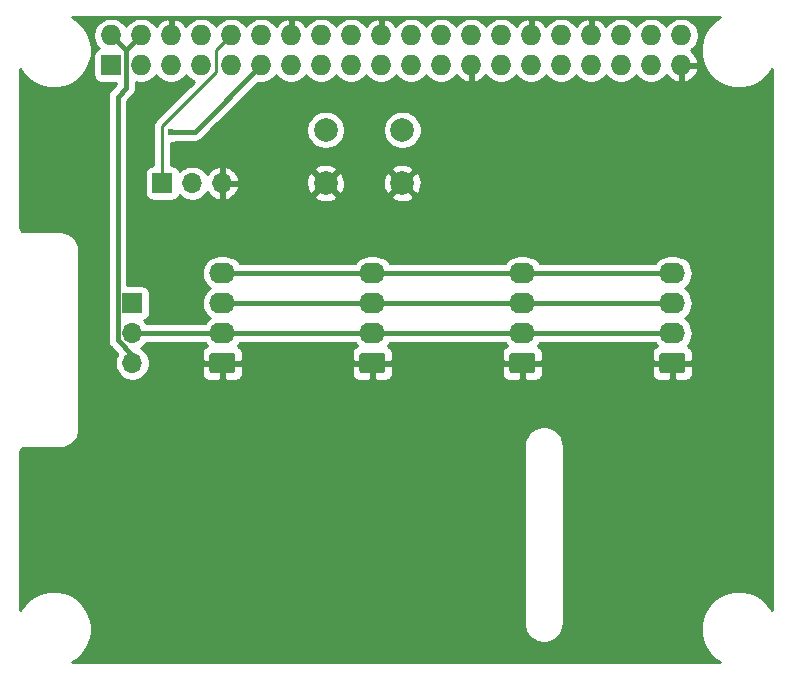
<source format=gbl>
G04 #@! TF.GenerationSoftware,KiCad,Pcbnew,(5.1.7)-1*
G04 #@! TF.CreationDate,2021-05-12T14:55:54+08:00*
G04 #@! TF.ProjectId,pi4-breakout,7069342d-6272-4656-916b-6f75742e6b69,rev?*
G04 #@! TF.SameCoordinates,Original*
G04 #@! TF.FileFunction,Copper,L2,Bot*
G04 #@! TF.FilePolarity,Positive*
%FSLAX46Y46*%
G04 Gerber Fmt 4.6, Leading zero omitted, Abs format (unit mm)*
G04 Created by KiCad (PCBNEW (5.1.7)-1) date 2021-05-12 14:55:54*
%MOMM*%
%LPD*%
G01*
G04 APERTURE LIST*
G04 #@! TA.AperFunction,ComponentPad*
%ADD10C,2.000000*%
G04 #@! TD*
G04 #@! TA.AperFunction,ComponentPad*
%ADD11O,1.700000X1.700000*%
G04 #@! TD*
G04 #@! TA.AperFunction,ComponentPad*
%ADD12R,1.700000X1.700000*%
G04 #@! TD*
G04 #@! TA.AperFunction,ComponentPad*
%ADD13O,2.190000X1.740000*%
G04 #@! TD*
G04 #@! TA.AperFunction,ComponentPad*
%ADD14R,1.727200X1.727200*%
G04 #@! TD*
G04 #@! TA.AperFunction,ComponentPad*
%ADD15O,1.727200X1.727200*%
G04 #@! TD*
G04 #@! TA.AperFunction,ViaPad*
%ADD16C,0.600000*%
G04 #@! TD*
G04 #@! TA.AperFunction,Conductor*
%ADD17C,0.400000*%
G04 #@! TD*
G04 #@! TA.AperFunction,Conductor*
%ADD18C,0.250000*%
G04 #@! TD*
G04 #@! TA.AperFunction,Conductor*
%ADD19C,0.254000*%
G04 #@! TD*
G04 #@! TA.AperFunction,Conductor*
%ADD20C,0.100000*%
G04 #@! TD*
G04 APERTURE END LIST*
D10*
X138280000Y-91440000D03*
X138280000Y-86940000D03*
X144780000Y-91440000D03*
X144780000Y-86940000D03*
D11*
X121920000Y-106680000D03*
X121920000Y-104140000D03*
D12*
X121920000Y-101600000D03*
D11*
X129540000Y-91440000D03*
X127000000Y-91440000D03*
D12*
X124460000Y-91440000D03*
D13*
X167640000Y-99060000D03*
X167640000Y-101600000D03*
X167640000Y-104140000D03*
G04 #@! TA.AperFunction,ComponentPad*
G36*
G01*
X168485001Y-107550000D02*
X166794999Y-107550000D01*
G75*
G02*
X166545000Y-107300001I0J249999D01*
G01*
X166545000Y-106059999D01*
G75*
G02*
X166794999Y-105810000I249999J0D01*
G01*
X168485001Y-105810000D01*
G75*
G02*
X168735000Y-106059999I0J-249999D01*
G01*
X168735000Y-107300001D01*
G75*
G02*
X168485001Y-107550000I-249999J0D01*
G01*
G37*
G04 #@! TD.AperFunction*
X154940000Y-99060000D03*
X154940000Y-101600000D03*
X154940000Y-104140000D03*
G04 #@! TA.AperFunction,ComponentPad*
G36*
G01*
X155785001Y-107550000D02*
X154094999Y-107550000D01*
G75*
G02*
X153845000Y-107300001I0J249999D01*
G01*
X153845000Y-106059999D01*
G75*
G02*
X154094999Y-105810000I249999J0D01*
G01*
X155785001Y-105810000D01*
G75*
G02*
X156035000Y-106059999I0J-249999D01*
G01*
X156035000Y-107300001D01*
G75*
G02*
X155785001Y-107550000I-249999J0D01*
G01*
G37*
G04 #@! TD.AperFunction*
X142240000Y-99060000D03*
X142240000Y-101600000D03*
X142240000Y-104140000D03*
G04 #@! TA.AperFunction,ComponentPad*
G36*
G01*
X143085001Y-107550000D02*
X141394999Y-107550000D01*
G75*
G02*
X141145000Y-107300001I0J249999D01*
G01*
X141145000Y-106059999D01*
G75*
G02*
X141394999Y-105810000I249999J0D01*
G01*
X143085001Y-105810000D01*
G75*
G02*
X143335000Y-106059999I0J-249999D01*
G01*
X143335000Y-107300001D01*
G75*
G02*
X143085001Y-107550000I-249999J0D01*
G01*
G37*
G04 #@! TD.AperFunction*
X129540000Y-99060000D03*
X129540000Y-101600000D03*
X129540000Y-104140000D03*
G04 #@! TA.AperFunction,ComponentPad*
G36*
G01*
X130385001Y-107550000D02*
X128694999Y-107550000D01*
G75*
G02*
X128445000Y-107300001I0J249999D01*
G01*
X128445000Y-106059999D01*
G75*
G02*
X128694999Y-105810000I249999J0D01*
G01*
X130385001Y-105810000D01*
G75*
G02*
X130635000Y-106059999I0J-249999D01*
G01*
X130635000Y-107300001D01*
G75*
G02*
X130385001Y-107550000I-249999J0D01*
G01*
G37*
G04 #@! TD.AperFunction*
D14*
X120130000Y-81470000D03*
D15*
X120130000Y-78930000D03*
X122670000Y-81470000D03*
X122670000Y-78930000D03*
X125210000Y-81470000D03*
X125210000Y-78930000D03*
X127750000Y-81470000D03*
X127750000Y-78930000D03*
X130290000Y-81470000D03*
X130290000Y-78930000D03*
X132830000Y-81470000D03*
X132830000Y-78930000D03*
X135370000Y-81470000D03*
X135370000Y-78930000D03*
X137910000Y-81470000D03*
X137910000Y-78930000D03*
X140450000Y-81470000D03*
X140450000Y-78930000D03*
X142990000Y-81470000D03*
X142990000Y-78930000D03*
X145530000Y-81470000D03*
X145530000Y-78930000D03*
X148070000Y-81470000D03*
X148070000Y-78930000D03*
X150610000Y-81470000D03*
X150610000Y-78930000D03*
X153150000Y-81470000D03*
X153150000Y-78930000D03*
X155690000Y-81470000D03*
X155690000Y-78930000D03*
X158230000Y-81470000D03*
X158230000Y-78930000D03*
X160770000Y-81470000D03*
X160770000Y-78930000D03*
X163310000Y-81470000D03*
X163310000Y-78930000D03*
X165850000Y-81470000D03*
X165850000Y-78930000D03*
X168390000Y-81470000D03*
X168390000Y-78930000D03*
D16*
X125209990Y-87109990D03*
D17*
X129540000Y-104140000D02*
X167640000Y-104140000D01*
X121920000Y-104140000D02*
X129540000Y-104140000D01*
X167640000Y-106680000D02*
X129540000Y-106680000D01*
X129540000Y-99060000D02*
X167640000Y-99060000D01*
X132830000Y-81470000D02*
X127190010Y-87109990D01*
X127190010Y-87109990D02*
X125209990Y-87109990D01*
D18*
X129032000Y-82042000D02*
X129032000Y-80188000D01*
X129032000Y-80188000D02*
X130290000Y-78930000D01*
X124460000Y-86614000D02*
X129032000Y-82042000D01*
X124460000Y-91440000D02*
X124460000Y-86614000D01*
D17*
X121406399Y-80193601D02*
X122670000Y-78930000D01*
X121406399Y-83390673D02*
X121406399Y-80193601D01*
X120669999Y-84127073D02*
X121406399Y-83390673D01*
X120669999Y-104740001D02*
X120669999Y-84127073D01*
X121920000Y-105990002D02*
X120669999Y-104740001D01*
X121920000Y-106680000D02*
X121920000Y-105990002D01*
X121393601Y-80193601D02*
X121406399Y-80193601D01*
X120130000Y-78930000D02*
X121393601Y-80193601D01*
X167640000Y-101600000D02*
X129540000Y-101600000D01*
D19*
X171202907Y-77693425D02*
X170753425Y-78142907D01*
X170400270Y-78671442D01*
X170157012Y-79258719D01*
X170033000Y-79882168D01*
X170033000Y-80517832D01*
X170157012Y-81141281D01*
X170400270Y-81728558D01*
X170753425Y-82257093D01*
X171202907Y-82706575D01*
X171731442Y-83059730D01*
X172318719Y-83302988D01*
X172942168Y-83427000D01*
X173577832Y-83427000D01*
X174201281Y-83302988D01*
X174788558Y-83059730D01*
X175317093Y-82706575D01*
X175766575Y-82257093D01*
X176075000Y-81795501D01*
X176075001Y-127604500D01*
X175766575Y-127142907D01*
X175317093Y-126693425D01*
X174788558Y-126340270D01*
X174201281Y-126097012D01*
X173577832Y-125973000D01*
X172942168Y-125973000D01*
X172318719Y-126097012D01*
X171731442Y-126340270D01*
X171202907Y-126693425D01*
X170753425Y-127142907D01*
X170400270Y-127671442D01*
X170157012Y-128258719D01*
X170033000Y-128882168D01*
X170033000Y-129517832D01*
X170157012Y-130141281D01*
X170400270Y-130728558D01*
X170753425Y-131257093D01*
X171202907Y-131706575D01*
X171664499Y-132015000D01*
X116855501Y-132015000D01*
X117317093Y-131706575D01*
X117766575Y-131257093D01*
X118119730Y-130728558D01*
X118362988Y-130141281D01*
X118487000Y-129517832D01*
X118487000Y-128882168D01*
X118362988Y-128258719D01*
X118119730Y-127671442D01*
X117766575Y-127142907D01*
X117317093Y-126693425D01*
X116788558Y-126340270D01*
X116201281Y-126097012D01*
X115577832Y-125973000D01*
X114942168Y-125973000D01*
X114318719Y-126097012D01*
X113731442Y-126340270D01*
X113202907Y-126693425D01*
X112753425Y-127142907D01*
X112445000Y-127604499D01*
X112445000Y-114233505D01*
X112454222Y-114139453D01*
X112471805Y-114081214D01*
X112500366Y-114027499D01*
X112538816Y-113980354D01*
X112585691Y-113941576D01*
X112639204Y-113912642D01*
X112697323Y-113894651D01*
X112789145Y-113885000D01*
X115793647Y-113885000D01*
X115822955Y-113882113D01*
X115829066Y-113882156D01*
X115838585Y-113881223D01*
X116032682Y-113860822D01*
X116093496Y-113848339D01*
X116154481Y-113836705D01*
X116163637Y-113833941D01*
X116350075Y-113776229D01*
X116407279Y-113752182D01*
X116464873Y-113728913D01*
X116473317Y-113724423D01*
X116580713Y-113666354D01*
X155075000Y-113666354D01*
X155075001Y-128733647D01*
X155078366Y-128767812D01*
X155078366Y-128780806D01*
X155079366Y-128790318D01*
X155101121Y-128984268D01*
X155114025Y-129044976D01*
X155126089Y-129105901D01*
X155128917Y-129115038D01*
X155187930Y-129301068D01*
X155212377Y-129358105D01*
X155236046Y-129415531D01*
X155240595Y-129423944D01*
X155334617Y-129594969D01*
X155369692Y-129646194D01*
X155404050Y-129697906D01*
X155410146Y-129705276D01*
X155535596Y-129854782D01*
X155579974Y-129898240D01*
X155623703Y-129942275D01*
X155631109Y-129948315D01*
X155631113Y-129948319D01*
X155631115Y-129948320D01*
X155783214Y-130070611D01*
X155835139Y-130104589D01*
X155886632Y-130139322D01*
X155895077Y-130143812D01*
X156068033Y-130234232D01*
X156125590Y-130257487D01*
X156182835Y-130281550D01*
X156191991Y-130284315D01*
X156379217Y-130339418D01*
X156440218Y-130351054D01*
X156501015Y-130363534D01*
X156510533Y-130364468D01*
X156704895Y-130382157D01*
X156766986Y-130381723D01*
X156829066Y-130382156D01*
X156838585Y-130381223D01*
X157032682Y-130360822D01*
X157093496Y-130348339D01*
X157154481Y-130336705D01*
X157163637Y-130333941D01*
X157350075Y-130276229D01*
X157407279Y-130252182D01*
X157464873Y-130228913D01*
X157473317Y-130224423D01*
X157644994Y-130131598D01*
X157696468Y-130096878D01*
X157748418Y-130062883D01*
X157755829Y-130056839D01*
X157906207Y-129932435D01*
X157949973Y-129888362D01*
X157994311Y-129844943D01*
X158000408Y-129837574D01*
X158123758Y-129686332D01*
X158158126Y-129634603D01*
X158193191Y-129583392D01*
X158197739Y-129574981D01*
X158197740Y-129574980D01*
X158197742Y-129574976D01*
X158289366Y-129402657D01*
X158313022Y-129345261D01*
X158337482Y-129288193D01*
X158340310Y-129279056D01*
X158396719Y-129092220D01*
X158408780Y-129031310D01*
X158421686Y-128970591D01*
X158422686Y-128961079D01*
X158441731Y-128766845D01*
X158441731Y-128766837D01*
X158445000Y-128733647D01*
X158445000Y-113666353D01*
X158441633Y-113632169D01*
X158441633Y-113619193D01*
X158440634Y-113609681D01*
X158418879Y-113415732D01*
X158405975Y-113355024D01*
X158393911Y-113294099D01*
X158391083Y-113284962D01*
X158332070Y-113098932D01*
X158307618Y-113041882D01*
X158283954Y-112984470D01*
X158279405Y-112976056D01*
X158185383Y-112805031D01*
X158150310Y-112753809D01*
X158115951Y-112702094D01*
X158109854Y-112694724D01*
X157984404Y-112545218D01*
X157940046Y-112501779D01*
X157896297Y-112457724D01*
X157888885Y-112451679D01*
X157736785Y-112329389D01*
X157684845Y-112295401D01*
X157633367Y-112260678D01*
X157624923Y-112256187D01*
X157451967Y-112165768D01*
X157394410Y-112142513D01*
X157337165Y-112118450D01*
X157328009Y-112115685D01*
X157140783Y-112060582D01*
X157079775Y-112048945D01*
X157018985Y-112036466D01*
X157009466Y-112035532D01*
X156815105Y-112017843D01*
X156752981Y-112018277D01*
X156690933Y-112017844D01*
X156681426Y-112018776D01*
X156681419Y-112018776D01*
X156681413Y-112018777D01*
X156487318Y-112039178D01*
X156426504Y-112051661D01*
X156365519Y-112063295D01*
X156356363Y-112066059D01*
X156169925Y-112123771D01*
X156112692Y-112147830D01*
X156055127Y-112171087D01*
X156046682Y-112175577D01*
X155875006Y-112268402D01*
X155823532Y-112303122D01*
X155771582Y-112337117D01*
X155764170Y-112343162D01*
X155613793Y-112467565D01*
X155570027Y-112511638D01*
X155525689Y-112555057D01*
X155519592Y-112562426D01*
X155396242Y-112713668D01*
X155361881Y-112765386D01*
X155326809Y-112816607D01*
X155322260Y-112825020D01*
X155230635Y-112997343D01*
X155206978Y-113054739D01*
X155182519Y-113111807D01*
X155179690Y-113120943D01*
X155123281Y-113307780D01*
X155111219Y-113368698D01*
X155098314Y-113429410D01*
X155097314Y-113438922D01*
X155078269Y-113633155D01*
X155078269Y-113633164D01*
X155075000Y-113666354D01*
X116580713Y-113666354D01*
X116644994Y-113631598D01*
X116696468Y-113596878D01*
X116748418Y-113562883D01*
X116755829Y-113556839D01*
X116906207Y-113432435D01*
X116949973Y-113388362D01*
X116994311Y-113344943D01*
X117000408Y-113337574D01*
X117123758Y-113186332D01*
X117158126Y-113134603D01*
X117193191Y-113083392D01*
X117197739Y-113074981D01*
X117197740Y-113074980D01*
X117197742Y-113074976D01*
X117289366Y-112902657D01*
X117313022Y-112845261D01*
X117337482Y-112788193D01*
X117340310Y-112779056D01*
X117396719Y-112592220D01*
X117408780Y-112531310D01*
X117421686Y-112470591D01*
X117422686Y-112461079D01*
X117441731Y-112266845D01*
X117441731Y-112266837D01*
X117445000Y-112233647D01*
X117445000Y-97166353D01*
X117442113Y-97137045D01*
X117442156Y-97130933D01*
X117441223Y-97121415D01*
X117420822Y-96927318D01*
X117408339Y-96866504D01*
X117396705Y-96805519D01*
X117393941Y-96796363D01*
X117336229Y-96609925D01*
X117312170Y-96552692D01*
X117288913Y-96495127D01*
X117284423Y-96486682D01*
X117191598Y-96315006D01*
X117156878Y-96263532D01*
X117122883Y-96211582D01*
X117116838Y-96204170D01*
X116992435Y-96053793D01*
X116948362Y-96010027D01*
X116904943Y-95965689D01*
X116897574Y-95959592D01*
X116746332Y-95836242D01*
X116694614Y-95801881D01*
X116643393Y-95766809D01*
X116634980Y-95762260D01*
X116462657Y-95670635D01*
X116405261Y-95646978D01*
X116348193Y-95622519D01*
X116339057Y-95619690D01*
X116152220Y-95563281D01*
X116091302Y-95551219D01*
X116030590Y-95538314D01*
X116021078Y-95537314D01*
X115826845Y-95518269D01*
X115826837Y-95518269D01*
X115793647Y-95515000D01*
X112793505Y-95515000D01*
X112699454Y-95505778D01*
X112641213Y-95488194D01*
X112587500Y-95459635D01*
X112540354Y-95421183D01*
X112501577Y-95374310D01*
X112472642Y-95320796D01*
X112454651Y-95262677D01*
X112445000Y-95170855D01*
X112445000Y-81795501D01*
X112753425Y-82257093D01*
X113202907Y-82706575D01*
X113731442Y-83059730D01*
X114318719Y-83302988D01*
X114942168Y-83427000D01*
X115577832Y-83427000D01*
X116201281Y-83302988D01*
X116788558Y-83059730D01*
X117317093Y-82706575D01*
X117766575Y-82257093D01*
X118119730Y-81728558D01*
X118362988Y-81141281D01*
X118469382Y-80606400D01*
X118628328Y-80606400D01*
X118628328Y-82333600D01*
X118640588Y-82458082D01*
X118676898Y-82577780D01*
X118735863Y-82688094D01*
X118815215Y-82784785D01*
X118911906Y-82864137D01*
X119022220Y-82923102D01*
X119141918Y-82959412D01*
X119266400Y-82971672D01*
X120571399Y-82971672D01*
X120571399Y-83044805D01*
X120108573Y-83507632D01*
X120076709Y-83533782D01*
X120050561Y-83565644D01*
X119972363Y-83660928D01*
X119894827Y-83805987D01*
X119847081Y-83963385D01*
X119830959Y-84127073D01*
X119835000Y-84168102D01*
X119834999Y-104698983D01*
X119830959Y-104740001D01*
X119834999Y-104781019D01*
X119847081Y-104903689D01*
X119894827Y-105061087D01*
X119972363Y-105206146D01*
X120076708Y-105333292D01*
X120108578Y-105359447D01*
X120652760Y-105903629D01*
X120604010Y-105976589D01*
X120492068Y-106246842D01*
X120435000Y-106533740D01*
X120435000Y-106826260D01*
X120492068Y-107113158D01*
X120604010Y-107383411D01*
X120766525Y-107626632D01*
X120973368Y-107833475D01*
X121216589Y-107995990D01*
X121486842Y-108107932D01*
X121773740Y-108165000D01*
X122066260Y-108165000D01*
X122353158Y-108107932D01*
X122623411Y-107995990D01*
X122866632Y-107833475D01*
X123073475Y-107626632D01*
X123124678Y-107550000D01*
X127806928Y-107550000D01*
X127819188Y-107674482D01*
X127855498Y-107794180D01*
X127914463Y-107904494D01*
X127993815Y-108001185D01*
X128090506Y-108080537D01*
X128200820Y-108139502D01*
X128320518Y-108175812D01*
X128445000Y-108188072D01*
X129254250Y-108185000D01*
X129413000Y-108026250D01*
X129413000Y-106807000D01*
X129667000Y-106807000D01*
X129667000Y-108026250D01*
X129825750Y-108185000D01*
X130635000Y-108188072D01*
X130759482Y-108175812D01*
X130879180Y-108139502D01*
X130989494Y-108080537D01*
X131086185Y-108001185D01*
X131165537Y-107904494D01*
X131224502Y-107794180D01*
X131260812Y-107674482D01*
X131273072Y-107550000D01*
X140506928Y-107550000D01*
X140519188Y-107674482D01*
X140555498Y-107794180D01*
X140614463Y-107904494D01*
X140693815Y-108001185D01*
X140790506Y-108080537D01*
X140900820Y-108139502D01*
X141020518Y-108175812D01*
X141145000Y-108188072D01*
X141954250Y-108185000D01*
X142113000Y-108026250D01*
X142113000Y-106807000D01*
X142367000Y-106807000D01*
X142367000Y-108026250D01*
X142525750Y-108185000D01*
X143335000Y-108188072D01*
X143459482Y-108175812D01*
X143579180Y-108139502D01*
X143689494Y-108080537D01*
X143786185Y-108001185D01*
X143865537Y-107904494D01*
X143924502Y-107794180D01*
X143960812Y-107674482D01*
X143973072Y-107550000D01*
X153206928Y-107550000D01*
X153219188Y-107674482D01*
X153255498Y-107794180D01*
X153314463Y-107904494D01*
X153393815Y-108001185D01*
X153490506Y-108080537D01*
X153600820Y-108139502D01*
X153720518Y-108175812D01*
X153845000Y-108188072D01*
X154654250Y-108185000D01*
X154813000Y-108026250D01*
X154813000Y-106807000D01*
X155067000Y-106807000D01*
X155067000Y-108026250D01*
X155225750Y-108185000D01*
X156035000Y-108188072D01*
X156159482Y-108175812D01*
X156279180Y-108139502D01*
X156389494Y-108080537D01*
X156486185Y-108001185D01*
X156565537Y-107904494D01*
X156624502Y-107794180D01*
X156660812Y-107674482D01*
X156673072Y-107550000D01*
X165906928Y-107550000D01*
X165919188Y-107674482D01*
X165955498Y-107794180D01*
X166014463Y-107904494D01*
X166093815Y-108001185D01*
X166190506Y-108080537D01*
X166300820Y-108139502D01*
X166420518Y-108175812D01*
X166545000Y-108188072D01*
X167354250Y-108185000D01*
X167513000Y-108026250D01*
X167513000Y-106807000D01*
X167767000Y-106807000D01*
X167767000Y-108026250D01*
X167925750Y-108185000D01*
X168735000Y-108188072D01*
X168859482Y-108175812D01*
X168979180Y-108139502D01*
X169089494Y-108080537D01*
X169186185Y-108001185D01*
X169265537Y-107904494D01*
X169324502Y-107794180D01*
X169360812Y-107674482D01*
X169373072Y-107550000D01*
X169370000Y-106965750D01*
X169211250Y-106807000D01*
X167767000Y-106807000D01*
X167513000Y-106807000D01*
X166068750Y-106807000D01*
X165910000Y-106965750D01*
X165906928Y-107550000D01*
X156673072Y-107550000D01*
X156670000Y-106965750D01*
X156511250Y-106807000D01*
X155067000Y-106807000D01*
X154813000Y-106807000D01*
X153368750Y-106807000D01*
X153210000Y-106965750D01*
X153206928Y-107550000D01*
X143973072Y-107550000D01*
X143970000Y-106965750D01*
X143811250Y-106807000D01*
X142367000Y-106807000D01*
X142113000Y-106807000D01*
X140668750Y-106807000D01*
X140510000Y-106965750D01*
X140506928Y-107550000D01*
X131273072Y-107550000D01*
X131270000Y-106965750D01*
X131111250Y-106807000D01*
X129667000Y-106807000D01*
X129413000Y-106807000D01*
X127968750Y-106807000D01*
X127810000Y-106965750D01*
X127806928Y-107550000D01*
X123124678Y-107550000D01*
X123235990Y-107383411D01*
X123347932Y-107113158D01*
X123405000Y-106826260D01*
X123405000Y-106533740D01*
X123347932Y-106246842D01*
X123235990Y-105976589D01*
X123073475Y-105733368D01*
X122866632Y-105526525D01*
X122692240Y-105410000D01*
X122866632Y-105293475D01*
X123073475Y-105086632D01*
X123148065Y-104975000D01*
X128054815Y-104975000D01*
X128057583Y-104980179D01*
X128244047Y-105207385D01*
X128200820Y-105220498D01*
X128090506Y-105279463D01*
X127993815Y-105358815D01*
X127914463Y-105455506D01*
X127855498Y-105565820D01*
X127819188Y-105685518D01*
X127806928Y-105810000D01*
X127810000Y-106394250D01*
X127968750Y-106553000D01*
X129413000Y-106553000D01*
X129413000Y-106533000D01*
X129667000Y-106533000D01*
X129667000Y-106553000D01*
X131111250Y-106553000D01*
X131270000Y-106394250D01*
X131273072Y-105810000D01*
X131260812Y-105685518D01*
X131224502Y-105565820D01*
X131165537Y-105455506D01*
X131086185Y-105358815D01*
X130989494Y-105279463D01*
X130879180Y-105220498D01*
X130835953Y-105207385D01*
X131022417Y-104980179D01*
X131025185Y-104975000D01*
X140754815Y-104975000D01*
X140757583Y-104980179D01*
X140944047Y-105207385D01*
X140900820Y-105220498D01*
X140790506Y-105279463D01*
X140693815Y-105358815D01*
X140614463Y-105455506D01*
X140555498Y-105565820D01*
X140519188Y-105685518D01*
X140506928Y-105810000D01*
X140510000Y-106394250D01*
X140668750Y-106553000D01*
X142113000Y-106553000D01*
X142113000Y-106533000D01*
X142367000Y-106533000D01*
X142367000Y-106553000D01*
X143811250Y-106553000D01*
X143970000Y-106394250D01*
X143973072Y-105810000D01*
X143960812Y-105685518D01*
X143924502Y-105565820D01*
X143865537Y-105455506D01*
X143786185Y-105358815D01*
X143689494Y-105279463D01*
X143579180Y-105220498D01*
X143535953Y-105207385D01*
X143722417Y-104980179D01*
X143725185Y-104975000D01*
X153454815Y-104975000D01*
X153457583Y-104980179D01*
X153644047Y-105207385D01*
X153600820Y-105220498D01*
X153490506Y-105279463D01*
X153393815Y-105358815D01*
X153314463Y-105455506D01*
X153255498Y-105565820D01*
X153219188Y-105685518D01*
X153206928Y-105810000D01*
X153210000Y-106394250D01*
X153368750Y-106553000D01*
X154813000Y-106553000D01*
X154813000Y-106533000D01*
X155067000Y-106533000D01*
X155067000Y-106553000D01*
X156511250Y-106553000D01*
X156670000Y-106394250D01*
X156673072Y-105810000D01*
X156660812Y-105685518D01*
X156624502Y-105565820D01*
X156565537Y-105455506D01*
X156486185Y-105358815D01*
X156389494Y-105279463D01*
X156279180Y-105220498D01*
X156235953Y-105207385D01*
X156422417Y-104980179D01*
X156425185Y-104975000D01*
X166154815Y-104975000D01*
X166157583Y-104980179D01*
X166344047Y-105207385D01*
X166300820Y-105220498D01*
X166190506Y-105279463D01*
X166093815Y-105358815D01*
X166014463Y-105455506D01*
X165955498Y-105565820D01*
X165919188Y-105685518D01*
X165906928Y-105810000D01*
X165910000Y-106394250D01*
X166068750Y-106553000D01*
X167513000Y-106553000D01*
X167513000Y-106533000D01*
X167767000Y-106533000D01*
X167767000Y-106553000D01*
X169211250Y-106553000D01*
X169370000Y-106394250D01*
X169373072Y-105810000D01*
X169360812Y-105685518D01*
X169324502Y-105565820D01*
X169265537Y-105455506D01*
X169186185Y-105358815D01*
X169089494Y-105279463D01*
X168979180Y-105220498D01*
X168935953Y-105207385D01*
X169122417Y-104980179D01*
X169262166Y-104718725D01*
X169348224Y-104435032D01*
X169377282Y-104140000D01*
X169348224Y-103844968D01*
X169262166Y-103561275D01*
X169122417Y-103299821D01*
X168934345Y-103070655D01*
X168705179Y-102882583D01*
X168681638Y-102870000D01*
X168705179Y-102857417D01*
X168934345Y-102669345D01*
X169122417Y-102440179D01*
X169262166Y-102178725D01*
X169348224Y-101895032D01*
X169377282Y-101600000D01*
X169348224Y-101304968D01*
X169262166Y-101021275D01*
X169122417Y-100759821D01*
X168934345Y-100530655D01*
X168705179Y-100342583D01*
X168681638Y-100330000D01*
X168705179Y-100317417D01*
X168934345Y-100129345D01*
X169122417Y-99900179D01*
X169262166Y-99638725D01*
X169348224Y-99355032D01*
X169377282Y-99060000D01*
X169348224Y-98764968D01*
X169262166Y-98481275D01*
X169122417Y-98219821D01*
X168934345Y-97990655D01*
X168705179Y-97802583D01*
X168443725Y-97662834D01*
X168160032Y-97576776D01*
X167938936Y-97555000D01*
X167341064Y-97555000D01*
X167119968Y-97576776D01*
X166836275Y-97662834D01*
X166574821Y-97802583D01*
X166345655Y-97990655D01*
X166157583Y-98219821D01*
X166154815Y-98225000D01*
X156425185Y-98225000D01*
X156422417Y-98219821D01*
X156234345Y-97990655D01*
X156005179Y-97802583D01*
X155743725Y-97662834D01*
X155460032Y-97576776D01*
X155238936Y-97555000D01*
X154641064Y-97555000D01*
X154419968Y-97576776D01*
X154136275Y-97662834D01*
X153874821Y-97802583D01*
X153645655Y-97990655D01*
X153457583Y-98219821D01*
X153454815Y-98225000D01*
X143725185Y-98225000D01*
X143722417Y-98219821D01*
X143534345Y-97990655D01*
X143305179Y-97802583D01*
X143043725Y-97662834D01*
X142760032Y-97576776D01*
X142538936Y-97555000D01*
X141941064Y-97555000D01*
X141719968Y-97576776D01*
X141436275Y-97662834D01*
X141174821Y-97802583D01*
X140945655Y-97990655D01*
X140757583Y-98219821D01*
X140754815Y-98225000D01*
X131025185Y-98225000D01*
X131022417Y-98219821D01*
X130834345Y-97990655D01*
X130605179Y-97802583D01*
X130343725Y-97662834D01*
X130060032Y-97576776D01*
X129838936Y-97555000D01*
X129241064Y-97555000D01*
X129019968Y-97576776D01*
X128736275Y-97662834D01*
X128474821Y-97802583D01*
X128245655Y-97990655D01*
X128057583Y-98219821D01*
X127917834Y-98481275D01*
X127831776Y-98764968D01*
X127802718Y-99060000D01*
X127831776Y-99355032D01*
X127917834Y-99638725D01*
X128057583Y-99900179D01*
X128245655Y-100129345D01*
X128474821Y-100317417D01*
X128498362Y-100330000D01*
X128474821Y-100342583D01*
X128245655Y-100530655D01*
X128057583Y-100759821D01*
X127917834Y-101021275D01*
X127831776Y-101304968D01*
X127802718Y-101600000D01*
X127831776Y-101895032D01*
X127917834Y-102178725D01*
X128057583Y-102440179D01*
X128245655Y-102669345D01*
X128474821Y-102857417D01*
X128498362Y-102870000D01*
X128474821Y-102882583D01*
X128245655Y-103070655D01*
X128057583Y-103299821D01*
X128054815Y-103305000D01*
X123148065Y-103305000D01*
X123073475Y-103193368D01*
X122941620Y-103061513D01*
X123014180Y-103039502D01*
X123124494Y-102980537D01*
X123221185Y-102901185D01*
X123300537Y-102804494D01*
X123359502Y-102694180D01*
X123395812Y-102574482D01*
X123408072Y-102450000D01*
X123408072Y-100750000D01*
X123395812Y-100625518D01*
X123359502Y-100505820D01*
X123300537Y-100395506D01*
X123221185Y-100298815D01*
X123124494Y-100219463D01*
X123014180Y-100160498D01*
X122894482Y-100124188D01*
X122770000Y-100111928D01*
X121504999Y-100111928D01*
X121504999Y-84472941D01*
X121967832Y-84010109D01*
X121999690Y-83983964D01*
X122104035Y-83856819D01*
X122181571Y-83711760D01*
X122229317Y-83554362D01*
X122241399Y-83431692D01*
X122241399Y-83431691D01*
X122245439Y-83390673D01*
X122241399Y-83349655D01*
X122241399Y-82912706D01*
X122522401Y-82968600D01*
X122817599Y-82968600D01*
X123107125Y-82911010D01*
X123379853Y-82798042D01*
X123625302Y-82634039D01*
X123834039Y-82425302D01*
X123940000Y-82266719D01*
X124045961Y-82425302D01*
X124254698Y-82634039D01*
X124500147Y-82798042D01*
X124772875Y-82911010D01*
X125062401Y-82968600D01*
X125357599Y-82968600D01*
X125647125Y-82911010D01*
X125919853Y-82798042D01*
X126165302Y-82634039D01*
X126374039Y-82425302D01*
X126480000Y-82266719D01*
X126585961Y-82425302D01*
X126794698Y-82634039D01*
X127040147Y-82798042D01*
X127153997Y-82845200D01*
X123948998Y-86050201D01*
X123920000Y-86073999D01*
X123896202Y-86102997D01*
X123896201Y-86102998D01*
X123825026Y-86189724D01*
X123754454Y-86321754D01*
X123735655Y-86383728D01*
X123711583Y-86463088D01*
X123710998Y-86465015D01*
X123696324Y-86614000D01*
X123700001Y-86651332D01*
X123700000Y-89951928D01*
X123610000Y-89951928D01*
X123485518Y-89964188D01*
X123365820Y-90000498D01*
X123255506Y-90059463D01*
X123158815Y-90138815D01*
X123079463Y-90235506D01*
X123020498Y-90345820D01*
X122984188Y-90465518D01*
X122971928Y-90590000D01*
X122971928Y-92290000D01*
X122984188Y-92414482D01*
X123020498Y-92534180D01*
X123079463Y-92644494D01*
X123158815Y-92741185D01*
X123255506Y-92820537D01*
X123365820Y-92879502D01*
X123485518Y-92915812D01*
X123610000Y-92928072D01*
X125310000Y-92928072D01*
X125434482Y-92915812D01*
X125554180Y-92879502D01*
X125664494Y-92820537D01*
X125761185Y-92741185D01*
X125840537Y-92644494D01*
X125899502Y-92534180D01*
X125921513Y-92461620D01*
X126053368Y-92593475D01*
X126296589Y-92755990D01*
X126566842Y-92867932D01*
X126853740Y-92925000D01*
X127146260Y-92925000D01*
X127433158Y-92867932D01*
X127703411Y-92755990D01*
X127946632Y-92593475D01*
X128153475Y-92386632D01*
X128275195Y-92204466D01*
X128344822Y-92321355D01*
X128539731Y-92537588D01*
X128773080Y-92711641D01*
X129035901Y-92836825D01*
X129183110Y-92881476D01*
X129413000Y-92760155D01*
X129413000Y-91567000D01*
X129667000Y-91567000D01*
X129667000Y-92760155D01*
X129896890Y-92881476D01*
X130044099Y-92836825D01*
X130306920Y-92711641D01*
X130489557Y-92575413D01*
X137324192Y-92575413D01*
X137419956Y-92839814D01*
X137709571Y-92980704D01*
X138021108Y-93062384D01*
X138342595Y-93081718D01*
X138661675Y-93037961D01*
X138966088Y-92932795D01*
X139140044Y-92839814D01*
X139235808Y-92575413D01*
X143824192Y-92575413D01*
X143919956Y-92839814D01*
X144209571Y-92980704D01*
X144521108Y-93062384D01*
X144842595Y-93081718D01*
X145161675Y-93037961D01*
X145466088Y-92932795D01*
X145640044Y-92839814D01*
X145735808Y-92575413D01*
X144780000Y-91619605D01*
X143824192Y-92575413D01*
X139235808Y-92575413D01*
X138280000Y-91619605D01*
X137324192Y-92575413D01*
X130489557Y-92575413D01*
X130540269Y-92537588D01*
X130735178Y-92321355D01*
X130884157Y-92071252D01*
X130981481Y-91796891D01*
X130860814Y-91567000D01*
X129667000Y-91567000D01*
X129413000Y-91567000D01*
X129393000Y-91567000D01*
X129393000Y-91502595D01*
X136638282Y-91502595D01*
X136682039Y-91821675D01*
X136787205Y-92126088D01*
X136880186Y-92300044D01*
X137144587Y-92395808D01*
X138100395Y-91440000D01*
X138459605Y-91440000D01*
X139415413Y-92395808D01*
X139679814Y-92300044D01*
X139820704Y-92010429D01*
X139902384Y-91698892D01*
X139914189Y-91502595D01*
X143138282Y-91502595D01*
X143182039Y-91821675D01*
X143287205Y-92126088D01*
X143380186Y-92300044D01*
X143644587Y-92395808D01*
X144600395Y-91440000D01*
X144959605Y-91440000D01*
X145915413Y-92395808D01*
X146179814Y-92300044D01*
X146320704Y-92010429D01*
X146402384Y-91698892D01*
X146421718Y-91377405D01*
X146377961Y-91058325D01*
X146272795Y-90753912D01*
X146179814Y-90579956D01*
X145915413Y-90484192D01*
X144959605Y-91440000D01*
X144600395Y-91440000D01*
X143644587Y-90484192D01*
X143380186Y-90579956D01*
X143239296Y-90869571D01*
X143157616Y-91181108D01*
X143138282Y-91502595D01*
X139914189Y-91502595D01*
X139921718Y-91377405D01*
X139877961Y-91058325D01*
X139772795Y-90753912D01*
X139679814Y-90579956D01*
X139415413Y-90484192D01*
X138459605Y-91440000D01*
X138100395Y-91440000D01*
X137144587Y-90484192D01*
X136880186Y-90579956D01*
X136739296Y-90869571D01*
X136657616Y-91181108D01*
X136638282Y-91502595D01*
X129393000Y-91502595D01*
X129393000Y-91313000D01*
X129413000Y-91313000D01*
X129413000Y-90119845D01*
X129667000Y-90119845D01*
X129667000Y-91313000D01*
X130860814Y-91313000D01*
X130981481Y-91083109D01*
X130884157Y-90808748D01*
X130735178Y-90558645D01*
X130540269Y-90342412D01*
X130489558Y-90304587D01*
X137324192Y-90304587D01*
X138280000Y-91260395D01*
X139235808Y-90304587D01*
X143824192Y-90304587D01*
X144780000Y-91260395D01*
X145735808Y-90304587D01*
X145640044Y-90040186D01*
X145350429Y-89899296D01*
X145038892Y-89817616D01*
X144717405Y-89798282D01*
X144398325Y-89842039D01*
X144093912Y-89947205D01*
X143919956Y-90040186D01*
X143824192Y-90304587D01*
X139235808Y-90304587D01*
X139140044Y-90040186D01*
X138850429Y-89899296D01*
X138538892Y-89817616D01*
X138217405Y-89798282D01*
X137898325Y-89842039D01*
X137593912Y-89947205D01*
X137419956Y-90040186D01*
X137324192Y-90304587D01*
X130489558Y-90304587D01*
X130306920Y-90168359D01*
X130044099Y-90043175D01*
X129896890Y-89998524D01*
X129667000Y-90119845D01*
X129413000Y-90119845D01*
X129183110Y-89998524D01*
X129035901Y-90043175D01*
X128773080Y-90168359D01*
X128539731Y-90342412D01*
X128344822Y-90558645D01*
X128275195Y-90675534D01*
X128153475Y-90493368D01*
X127946632Y-90286525D01*
X127703411Y-90124010D01*
X127433158Y-90012068D01*
X127146260Y-89955000D01*
X126853740Y-89955000D01*
X126566842Y-90012068D01*
X126296589Y-90124010D01*
X126053368Y-90286525D01*
X125921513Y-90418380D01*
X125899502Y-90345820D01*
X125840537Y-90235506D01*
X125761185Y-90138815D01*
X125664494Y-90059463D01*
X125554180Y-90000498D01*
X125434482Y-89964188D01*
X125310000Y-89951928D01*
X125220000Y-89951928D01*
X125220000Y-88044990D01*
X125302079Y-88044990D01*
X125482719Y-88009058D01*
X125637394Y-87944990D01*
X127148992Y-87944990D01*
X127190010Y-87949030D01*
X127231028Y-87944990D01*
X127231029Y-87944990D01*
X127353699Y-87932908D01*
X127511097Y-87885162D01*
X127656156Y-87807626D01*
X127783301Y-87703281D01*
X127809456Y-87671411D01*
X128701900Y-86778967D01*
X136645000Y-86778967D01*
X136645000Y-87101033D01*
X136707832Y-87416912D01*
X136831082Y-87714463D01*
X137010013Y-87982252D01*
X137237748Y-88209987D01*
X137505537Y-88388918D01*
X137803088Y-88512168D01*
X138118967Y-88575000D01*
X138441033Y-88575000D01*
X138756912Y-88512168D01*
X139054463Y-88388918D01*
X139322252Y-88209987D01*
X139549987Y-87982252D01*
X139728918Y-87714463D01*
X139852168Y-87416912D01*
X139915000Y-87101033D01*
X139915000Y-86778967D01*
X143145000Y-86778967D01*
X143145000Y-87101033D01*
X143207832Y-87416912D01*
X143331082Y-87714463D01*
X143510013Y-87982252D01*
X143737748Y-88209987D01*
X144005537Y-88388918D01*
X144303088Y-88512168D01*
X144618967Y-88575000D01*
X144941033Y-88575000D01*
X145256912Y-88512168D01*
X145554463Y-88388918D01*
X145822252Y-88209987D01*
X146049987Y-87982252D01*
X146228918Y-87714463D01*
X146352168Y-87416912D01*
X146415000Y-87101033D01*
X146415000Y-86778967D01*
X146352168Y-86463088D01*
X146228918Y-86165537D01*
X146049987Y-85897748D01*
X145822252Y-85670013D01*
X145554463Y-85491082D01*
X145256912Y-85367832D01*
X144941033Y-85305000D01*
X144618967Y-85305000D01*
X144303088Y-85367832D01*
X144005537Y-85491082D01*
X143737748Y-85670013D01*
X143510013Y-85897748D01*
X143331082Y-86165537D01*
X143207832Y-86463088D01*
X143145000Y-86778967D01*
X139915000Y-86778967D01*
X139852168Y-86463088D01*
X139728918Y-86165537D01*
X139549987Y-85897748D01*
X139322252Y-85670013D01*
X139054463Y-85491082D01*
X138756912Y-85367832D01*
X138441033Y-85305000D01*
X138118967Y-85305000D01*
X137803088Y-85367832D01*
X137505537Y-85491082D01*
X137237748Y-85670013D01*
X137010013Y-85897748D01*
X136831082Y-86165537D01*
X136707832Y-86463088D01*
X136645000Y-86778967D01*
X128701900Y-86778967D01*
X132540495Y-82940373D01*
X132682401Y-82968600D01*
X132977599Y-82968600D01*
X133267125Y-82911010D01*
X133539853Y-82798042D01*
X133785302Y-82634039D01*
X133994039Y-82425302D01*
X134100000Y-82266719D01*
X134205961Y-82425302D01*
X134414698Y-82634039D01*
X134660147Y-82798042D01*
X134932875Y-82911010D01*
X135222401Y-82968600D01*
X135517599Y-82968600D01*
X135807125Y-82911010D01*
X136079853Y-82798042D01*
X136325302Y-82634039D01*
X136534039Y-82425302D01*
X136640000Y-82266719D01*
X136745961Y-82425302D01*
X136954698Y-82634039D01*
X137200147Y-82798042D01*
X137472875Y-82911010D01*
X137762401Y-82968600D01*
X138057599Y-82968600D01*
X138347125Y-82911010D01*
X138619853Y-82798042D01*
X138865302Y-82634039D01*
X139074039Y-82425302D01*
X139180000Y-82266719D01*
X139285961Y-82425302D01*
X139494698Y-82634039D01*
X139740147Y-82798042D01*
X140012875Y-82911010D01*
X140302401Y-82968600D01*
X140597599Y-82968600D01*
X140887125Y-82911010D01*
X141159853Y-82798042D01*
X141405302Y-82634039D01*
X141614039Y-82425302D01*
X141720000Y-82266719D01*
X141825961Y-82425302D01*
X142034698Y-82634039D01*
X142280147Y-82798042D01*
X142552875Y-82911010D01*
X142842401Y-82968600D01*
X143137599Y-82968600D01*
X143427125Y-82911010D01*
X143699853Y-82798042D01*
X143945302Y-82634039D01*
X144154039Y-82425302D01*
X144260000Y-82266719D01*
X144365961Y-82425302D01*
X144574698Y-82634039D01*
X144820147Y-82798042D01*
X145092875Y-82911010D01*
X145382401Y-82968600D01*
X145677599Y-82968600D01*
X145967125Y-82911010D01*
X146239853Y-82798042D01*
X146485302Y-82634039D01*
X146694039Y-82425302D01*
X146800000Y-82266719D01*
X146905961Y-82425302D01*
X147114698Y-82634039D01*
X147360147Y-82798042D01*
X147632875Y-82911010D01*
X147922401Y-82968600D01*
X148217599Y-82968600D01*
X148507125Y-82911010D01*
X148779853Y-82798042D01*
X149025302Y-82634039D01*
X149234039Y-82425302D01*
X149344559Y-82259897D01*
X149403183Y-82358488D01*
X149599707Y-82576854D01*
X149835056Y-82752684D01*
X150100186Y-82879222D01*
X150250974Y-82924958D01*
X150483000Y-82803817D01*
X150483000Y-81597000D01*
X150463000Y-81597000D01*
X150463000Y-81343000D01*
X150483000Y-81343000D01*
X150483000Y-81323000D01*
X150737000Y-81323000D01*
X150737000Y-81343000D01*
X150757000Y-81343000D01*
X150757000Y-81597000D01*
X150737000Y-81597000D01*
X150737000Y-82803817D01*
X150969026Y-82924958D01*
X151119814Y-82879222D01*
X151384944Y-82752684D01*
X151620293Y-82576854D01*
X151816817Y-82358488D01*
X151875441Y-82259897D01*
X151985961Y-82425302D01*
X152194698Y-82634039D01*
X152440147Y-82798042D01*
X152712875Y-82911010D01*
X153002401Y-82968600D01*
X153297599Y-82968600D01*
X153587125Y-82911010D01*
X153859853Y-82798042D01*
X154105302Y-82634039D01*
X154314039Y-82425302D01*
X154420000Y-82266719D01*
X154525961Y-82425302D01*
X154734698Y-82634039D01*
X154980147Y-82798042D01*
X155252875Y-82911010D01*
X155542401Y-82968600D01*
X155837599Y-82968600D01*
X156127125Y-82911010D01*
X156399853Y-82798042D01*
X156645302Y-82634039D01*
X156854039Y-82425302D01*
X156960000Y-82266719D01*
X157065961Y-82425302D01*
X157274698Y-82634039D01*
X157520147Y-82798042D01*
X157792875Y-82911010D01*
X158082401Y-82968600D01*
X158377599Y-82968600D01*
X158667125Y-82911010D01*
X158939853Y-82798042D01*
X159185302Y-82634039D01*
X159394039Y-82425302D01*
X159500000Y-82266719D01*
X159605961Y-82425302D01*
X159814698Y-82634039D01*
X160060147Y-82798042D01*
X160332875Y-82911010D01*
X160622401Y-82968600D01*
X160917599Y-82968600D01*
X161207125Y-82911010D01*
X161479853Y-82798042D01*
X161725302Y-82634039D01*
X161934039Y-82425302D01*
X162040000Y-82266719D01*
X162145961Y-82425302D01*
X162354698Y-82634039D01*
X162600147Y-82798042D01*
X162872875Y-82911010D01*
X163162401Y-82968600D01*
X163457599Y-82968600D01*
X163747125Y-82911010D01*
X164019853Y-82798042D01*
X164265302Y-82634039D01*
X164474039Y-82425302D01*
X164580000Y-82266719D01*
X164685961Y-82425302D01*
X164894698Y-82634039D01*
X165140147Y-82798042D01*
X165412875Y-82911010D01*
X165702401Y-82968600D01*
X165997599Y-82968600D01*
X166287125Y-82911010D01*
X166559853Y-82798042D01*
X166805302Y-82634039D01*
X167014039Y-82425302D01*
X167124559Y-82259897D01*
X167183183Y-82358488D01*
X167379707Y-82576854D01*
X167615056Y-82752684D01*
X167880186Y-82879222D01*
X168030974Y-82924958D01*
X168263000Y-82803817D01*
X168263000Y-81597000D01*
X168517000Y-81597000D01*
X168517000Y-82803817D01*
X168749026Y-82924958D01*
X168899814Y-82879222D01*
X169164944Y-82752684D01*
X169400293Y-82576854D01*
X169596817Y-82358488D01*
X169746964Y-82105978D01*
X169844963Y-81829027D01*
X169724464Y-81597000D01*
X168517000Y-81597000D01*
X168263000Y-81597000D01*
X168243000Y-81597000D01*
X168243000Y-81343000D01*
X168263000Y-81343000D01*
X168263000Y-81323000D01*
X168517000Y-81323000D01*
X168517000Y-81343000D01*
X169724464Y-81343000D01*
X169844963Y-81110973D01*
X169746964Y-80834022D01*
X169596817Y-80581512D01*
X169400293Y-80363146D01*
X169184187Y-80201692D01*
X169345302Y-80094039D01*
X169554039Y-79885302D01*
X169718042Y-79639853D01*
X169831010Y-79367125D01*
X169888600Y-79077599D01*
X169888600Y-78782401D01*
X169831010Y-78492875D01*
X169718042Y-78220147D01*
X169554039Y-77974698D01*
X169345302Y-77765961D01*
X169099853Y-77601958D01*
X168827125Y-77488990D01*
X168537599Y-77431400D01*
X168242401Y-77431400D01*
X167952875Y-77488990D01*
X167680147Y-77601958D01*
X167434698Y-77765961D01*
X167225961Y-77974698D01*
X167120000Y-78133281D01*
X167014039Y-77974698D01*
X166805302Y-77765961D01*
X166559853Y-77601958D01*
X166287125Y-77488990D01*
X165997599Y-77431400D01*
X165702401Y-77431400D01*
X165412875Y-77488990D01*
X165140147Y-77601958D01*
X164894698Y-77765961D01*
X164685961Y-77974698D01*
X164580000Y-78133281D01*
X164474039Y-77974698D01*
X164265302Y-77765961D01*
X164019853Y-77601958D01*
X163747125Y-77488990D01*
X163457599Y-77431400D01*
X163162401Y-77431400D01*
X162872875Y-77488990D01*
X162600147Y-77601958D01*
X162354698Y-77765961D01*
X162145961Y-77974698D01*
X162035441Y-78140103D01*
X161976817Y-78041512D01*
X161780293Y-77823146D01*
X161544944Y-77647316D01*
X161279814Y-77520778D01*
X161129026Y-77475042D01*
X160897000Y-77596183D01*
X160897000Y-78803000D01*
X160917000Y-78803000D01*
X160917000Y-79057000D01*
X160897000Y-79057000D01*
X160897000Y-79077000D01*
X160643000Y-79077000D01*
X160643000Y-79057000D01*
X160623000Y-79057000D01*
X160623000Y-78803000D01*
X160643000Y-78803000D01*
X160643000Y-77596183D01*
X160410974Y-77475042D01*
X160260186Y-77520778D01*
X159995056Y-77647316D01*
X159759707Y-77823146D01*
X159563183Y-78041512D01*
X159504559Y-78140103D01*
X159394039Y-77974698D01*
X159185302Y-77765961D01*
X158939853Y-77601958D01*
X158667125Y-77488990D01*
X158377599Y-77431400D01*
X158082401Y-77431400D01*
X157792875Y-77488990D01*
X157520147Y-77601958D01*
X157274698Y-77765961D01*
X157065961Y-77974698D01*
X156955441Y-78140103D01*
X156896817Y-78041512D01*
X156700293Y-77823146D01*
X156464944Y-77647316D01*
X156199814Y-77520778D01*
X156049026Y-77475042D01*
X155817000Y-77596183D01*
X155817000Y-78803000D01*
X155837000Y-78803000D01*
X155837000Y-79057000D01*
X155817000Y-79057000D01*
X155817000Y-79077000D01*
X155563000Y-79077000D01*
X155563000Y-79057000D01*
X155543000Y-79057000D01*
X155543000Y-78803000D01*
X155563000Y-78803000D01*
X155563000Y-77596183D01*
X155330974Y-77475042D01*
X155180186Y-77520778D01*
X154915056Y-77647316D01*
X154679707Y-77823146D01*
X154483183Y-78041512D01*
X154424559Y-78140103D01*
X154314039Y-77974698D01*
X154105302Y-77765961D01*
X153859853Y-77601958D01*
X153587125Y-77488990D01*
X153297599Y-77431400D01*
X153002401Y-77431400D01*
X152712875Y-77488990D01*
X152440147Y-77601958D01*
X152194698Y-77765961D01*
X151985961Y-77974698D01*
X151880000Y-78133281D01*
X151774039Y-77974698D01*
X151565302Y-77765961D01*
X151319853Y-77601958D01*
X151047125Y-77488990D01*
X150757599Y-77431400D01*
X150462401Y-77431400D01*
X150172875Y-77488990D01*
X149900147Y-77601958D01*
X149654698Y-77765961D01*
X149445961Y-77974698D01*
X149340000Y-78133281D01*
X149234039Y-77974698D01*
X149025302Y-77765961D01*
X148779853Y-77601958D01*
X148507125Y-77488990D01*
X148217599Y-77431400D01*
X147922401Y-77431400D01*
X147632875Y-77488990D01*
X147360147Y-77601958D01*
X147114698Y-77765961D01*
X146905961Y-77974698D01*
X146800000Y-78133281D01*
X146694039Y-77974698D01*
X146485302Y-77765961D01*
X146239853Y-77601958D01*
X145967125Y-77488990D01*
X145677599Y-77431400D01*
X145382401Y-77431400D01*
X145092875Y-77488990D01*
X144820147Y-77601958D01*
X144574698Y-77765961D01*
X144365961Y-77974698D01*
X144255441Y-78140103D01*
X144196817Y-78041512D01*
X144000293Y-77823146D01*
X143764944Y-77647316D01*
X143499814Y-77520778D01*
X143349026Y-77475042D01*
X143117000Y-77596183D01*
X143117000Y-78803000D01*
X143137000Y-78803000D01*
X143137000Y-79057000D01*
X143117000Y-79057000D01*
X143117000Y-79077000D01*
X142863000Y-79077000D01*
X142863000Y-79057000D01*
X142843000Y-79057000D01*
X142843000Y-78803000D01*
X142863000Y-78803000D01*
X142863000Y-77596183D01*
X142630974Y-77475042D01*
X142480186Y-77520778D01*
X142215056Y-77647316D01*
X141979707Y-77823146D01*
X141783183Y-78041512D01*
X141724559Y-78140103D01*
X141614039Y-77974698D01*
X141405302Y-77765961D01*
X141159853Y-77601958D01*
X140887125Y-77488990D01*
X140597599Y-77431400D01*
X140302401Y-77431400D01*
X140012875Y-77488990D01*
X139740147Y-77601958D01*
X139494698Y-77765961D01*
X139285961Y-77974698D01*
X139180000Y-78133281D01*
X139074039Y-77974698D01*
X138865302Y-77765961D01*
X138619853Y-77601958D01*
X138347125Y-77488990D01*
X138057599Y-77431400D01*
X137762401Y-77431400D01*
X137472875Y-77488990D01*
X137200147Y-77601958D01*
X136954698Y-77765961D01*
X136745961Y-77974698D01*
X136635441Y-78140103D01*
X136576817Y-78041512D01*
X136380293Y-77823146D01*
X136144944Y-77647316D01*
X135879814Y-77520778D01*
X135729026Y-77475042D01*
X135497000Y-77596183D01*
X135497000Y-78803000D01*
X135517000Y-78803000D01*
X135517000Y-79057000D01*
X135497000Y-79057000D01*
X135497000Y-79077000D01*
X135243000Y-79077000D01*
X135243000Y-79057000D01*
X135223000Y-79057000D01*
X135223000Y-78803000D01*
X135243000Y-78803000D01*
X135243000Y-77596183D01*
X135010974Y-77475042D01*
X134860186Y-77520778D01*
X134595056Y-77647316D01*
X134359707Y-77823146D01*
X134163183Y-78041512D01*
X134104559Y-78140103D01*
X133994039Y-77974698D01*
X133785302Y-77765961D01*
X133539853Y-77601958D01*
X133267125Y-77488990D01*
X132977599Y-77431400D01*
X132682401Y-77431400D01*
X132392875Y-77488990D01*
X132120147Y-77601958D01*
X131874698Y-77765961D01*
X131665961Y-77974698D01*
X131560000Y-78133281D01*
X131454039Y-77974698D01*
X131245302Y-77765961D01*
X130999853Y-77601958D01*
X130727125Y-77488990D01*
X130437599Y-77431400D01*
X130142401Y-77431400D01*
X129852875Y-77488990D01*
X129580147Y-77601958D01*
X129334698Y-77765961D01*
X129125961Y-77974698D01*
X129020000Y-78133281D01*
X128914039Y-77974698D01*
X128705302Y-77765961D01*
X128459853Y-77601958D01*
X128187125Y-77488990D01*
X127897599Y-77431400D01*
X127602401Y-77431400D01*
X127312875Y-77488990D01*
X127040147Y-77601958D01*
X126794698Y-77765961D01*
X126585961Y-77974698D01*
X126475441Y-78140103D01*
X126416817Y-78041512D01*
X126220293Y-77823146D01*
X125984944Y-77647316D01*
X125719814Y-77520778D01*
X125569026Y-77475042D01*
X125337000Y-77596183D01*
X125337000Y-78803000D01*
X125357000Y-78803000D01*
X125357000Y-79057000D01*
X125337000Y-79057000D01*
X125337000Y-79077000D01*
X125083000Y-79077000D01*
X125083000Y-79057000D01*
X125063000Y-79057000D01*
X125063000Y-78803000D01*
X125083000Y-78803000D01*
X125083000Y-77596183D01*
X124850974Y-77475042D01*
X124700186Y-77520778D01*
X124435056Y-77647316D01*
X124199707Y-77823146D01*
X124003183Y-78041512D01*
X123944559Y-78140103D01*
X123834039Y-77974698D01*
X123625302Y-77765961D01*
X123379853Y-77601958D01*
X123107125Y-77488990D01*
X122817599Y-77431400D01*
X122522401Y-77431400D01*
X122232875Y-77488990D01*
X121960147Y-77601958D01*
X121714698Y-77765961D01*
X121505961Y-77974698D01*
X121400000Y-78133281D01*
X121294039Y-77974698D01*
X121085302Y-77765961D01*
X120839853Y-77601958D01*
X120567125Y-77488990D01*
X120277599Y-77431400D01*
X119982401Y-77431400D01*
X119692875Y-77488990D01*
X119420147Y-77601958D01*
X119174698Y-77765961D01*
X118965961Y-77974698D01*
X118801958Y-78220147D01*
X118688990Y-78492875D01*
X118631400Y-78782401D01*
X118631400Y-79077599D01*
X118688990Y-79367125D01*
X118801958Y-79639853D01*
X118965961Y-79885302D01*
X119080023Y-79999364D01*
X119022220Y-80016898D01*
X118911906Y-80075863D01*
X118815215Y-80155215D01*
X118735863Y-80251906D01*
X118676898Y-80362220D01*
X118640588Y-80481918D01*
X118628328Y-80606400D01*
X118469382Y-80606400D01*
X118487000Y-80517832D01*
X118487000Y-79882168D01*
X118362988Y-79258719D01*
X118119730Y-78671442D01*
X117766575Y-78142907D01*
X117317093Y-77693425D01*
X116855501Y-77385000D01*
X171664499Y-77385000D01*
X171202907Y-77693425D01*
G04 #@! TA.AperFunction,Conductor*
D20*
G36*
X171202907Y-77693425D02*
G01*
X170753425Y-78142907D01*
X170400270Y-78671442D01*
X170157012Y-79258719D01*
X170033000Y-79882168D01*
X170033000Y-80517832D01*
X170157012Y-81141281D01*
X170400270Y-81728558D01*
X170753425Y-82257093D01*
X171202907Y-82706575D01*
X171731442Y-83059730D01*
X172318719Y-83302988D01*
X172942168Y-83427000D01*
X173577832Y-83427000D01*
X174201281Y-83302988D01*
X174788558Y-83059730D01*
X175317093Y-82706575D01*
X175766575Y-82257093D01*
X176075000Y-81795501D01*
X176075001Y-127604500D01*
X175766575Y-127142907D01*
X175317093Y-126693425D01*
X174788558Y-126340270D01*
X174201281Y-126097012D01*
X173577832Y-125973000D01*
X172942168Y-125973000D01*
X172318719Y-126097012D01*
X171731442Y-126340270D01*
X171202907Y-126693425D01*
X170753425Y-127142907D01*
X170400270Y-127671442D01*
X170157012Y-128258719D01*
X170033000Y-128882168D01*
X170033000Y-129517832D01*
X170157012Y-130141281D01*
X170400270Y-130728558D01*
X170753425Y-131257093D01*
X171202907Y-131706575D01*
X171664499Y-132015000D01*
X116855501Y-132015000D01*
X117317093Y-131706575D01*
X117766575Y-131257093D01*
X118119730Y-130728558D01*
X118362988Y-130141281D01*
X118487000Y-129517832D01*
X118487000Y-128882168D01*
X118362988Y-128258719D01*
X118119730Y-127671442D01*
X117766575Y-127142907D01*
X117317093Y-126693425D01*
X116788558Y-126340270D01*
X116201281Y-126097012D01*
X115577832Y-125973000D01*
X114942168Y-125973000D01*
X114318719Y-126097012D01*
X113731442Y-126340270D01*
X113202907Y-126693425D01*
X112753425Y-127142907D01*
X112445000Y-127604499D01*
X112445000Y-114233505D01*
X112454222Y-114139453D01*
X112471805Y-114081214D01*
X112500366Y-114027499D01*
X112538816Y-113980354D01*
X112585691Y-113941576D01*
X112639204Y-113912642D01*
X112697323Y-113894651D01*
X112789145Y-113885000D01*
X115793647Y-113885000D01*
X115822955Y-113882113D01*
X115829066Y-113882156D01*
X115838585Y-113881223D01*
X116032682Y-113860822D01*
X116093496Y-113848339D01*
X116154481Y-113836705D01*
X116163637Y-113833941D01*
X116350075Y-113776229D01*
X116407279Y-113752182D01*
X116464873Y-113728913D01*
X116473317Y-113724423D01*
X116580713Y-113666354D01*
X155075000Y-113666354D01*
X155075001Y-128733647D01*
X155078366Y-128767812D01*
X155078366Y-128780806D01*
X155079366Y-128790318D01*
X155101121Y-128984268D01*
X155114025Y-129044976D01*
X155126089Y-129105901D01*
X155128917Y-129115038D01*
X155187930Y-129301068D01*
X155212377Y-129358105D01*
X155236046Y-129415531D01*
X155240595Y-129423944D01*
X155334617Y-129594969D01*
X155369692Y-129646194D01*
X155404050Y-129697906D01*
X155410146Y-129705276D01*
X155535596Y-129854782D01*
X155579974Y-129898240D01*
X155623703Y-129942275D01*
X155631109Y-129948315D01*
X155631113Y-129948319D01*
X155631115Y-129948320D01*
X155783214Y-130070611D01*
X155835139Y-130104589D01*
X155886632Y-130139322D01*
X155895077Y-130143812D01*
X156068033Y-130234232D01*
X156125590Y-130257487D01*
X156182835Y-130281550D01*
X156191991Y-130284315D01*
X156379217Y-130339418D01*
X156440218Y-130351054D01*
X156501015Y-130363534D01*
X156510533Y-130364468D01*
X156704895Y-130382157D01*
X156766986Y-130381723D01*
X156829066Y-130382156D01*
X156838585Y-130381223D01*
X157032682Y-130360822D01*
X157093496Y-130348339D01*
X157154481Y-130336705D01*
X157163637Y-130333941D01*
X157350075Y-130276229D01*
X157407279Y-130252182D01*
X157464873Y-130228913D01*
X157473317Y-130224423D01*
X157644994Y-130131598D01*
X157696468Y-130096878D01*
X157748418Y-130062883D01*
X157755829Y-130056839D01*
X157906207Y-129932435D01*
X157949973Y-129888362D01*
X157994311Y-129844943D01*
X158000408Y-129837574D01*
X158123758Y-129686332D01*
X158158126Y-129634603D01*
X158193191Y-129583392D01*
X158197739Y-129574981D01*
X158197740Y-129574980D01*
X158197742Y-129574976D01*
X158289366Y-129402657D01*
X158313022Y-129345261D01*
X158337482Y-129288193D01*
X158340310Y-129279056D01*
X158396719Y-129092220D01*
X158408780Y-129031310D01*
X158421686Y-128970591D01*
X158422686Y-128961079D01*
X158441731Y-128766845D01*
X158441731Y-128766837D01*
X158445000Y-128733647D01*
X158445000Y-113666353D01*
X158441633Y-113632169D01*
X158441633Y-113619193D01*
X158440634Y-113609681D01*
X158418879Y-113415732D01*
X158405975Y-113355024D01*
X158393911Y-113294099D01*
X158391083Y-113284962D01*
X158332070Y-113098932D01*
X158307618Y-113041882D01*
X158283954Y-112984470D01*
X158279405Y-112976056D01*
X158185383Y-112805031D01*
X158150310Y-112753809D01*
X158115951Y-112702094D01*
X158109854Y-112694724D01*
X157984404Y-112545218D01*
X157940046Y-112501779D01*
X157896297Y-112457724D01*
X157888885Y-112451679D01*
X157736785Y-112329389D01*
X157684845Y-112295401D01*
X157633367Y-112260678D01*
X157624923Y-112256187D01*
X157451967Y-112165768D01*
X157394410Y-112142513D01*
X157337165Y-112118450D01*
X157328009Y-112115685D01*
X157140783Y-112060582D01*
X157079775Y-112048945D01*
X157018985Y-112036466D01*
X157009466Y-112035532D01*
X156815105Y-112017843D01*
X156752981Y-112018277D01*
X156690933Y-112017844D01*
X156681426Y-112018776D01*
X156681419Y-112018776D01*
X156681413Y-112018777D01*
X156487318Y-112039178D01*
X156426504Y-112051661D01*
X156365519Y-112063295D01*
X156356363Y-112066059D01*
X156169925Y-112123771D01*
X156112692Y-112147830D01*
X156055127Y-112171087D01*
X156046682Y-112175577D01*
X155875006Y-112268402D01*
X155823532Y-112303122D01*
X155771582Y-112337117D01*
X155764170Y-112343162D01*
X155613793Y-112467565D01*
X155570027Y-112511638D01*
X155525689Y-112555057D01*
X155519592Y-112562426D01*
X155396242Y-112713668D01*
X155361881Y-112765386D01*
X155326809Y-112816607D01*
X155322260Y-112825020D01*
X155230635Y-112997343D01*
X155206978Y-113054739D01*
X155182519Y-113111807D01*
X155179690Y-113120943D01*
X155123281Y-113307780D01*
X155111219Y-113368698D01*
X155098314Y-113429410D01*
X155097314Y-113438922D01*
X155078269Y-113633155D01*
X155078269Y-113633164D01*
X155075000Y-113666354D01*
X116580713Y-113666354D01*
X116644994Y-113631598D01*
X116696468Y-113596878D01*
X116748418Y-113562883D01*
X116755829Y-113556839D01*
X116906207Y-113432435D01*
X116949973Y-113388362D01*
X116994311Y-113344943D01*
X117000408Y-113337574D01*
X117123758Y-113186332D01*
X117158126Y-113134603D01*
X117193191Y-113083392D01*
X117197739Y-113074981D01*
X117197740Y-113074980D01*
X117197742Y-113074976D01*
X117289366Y-112902657D01*
X117313022Y-112845261D01*
X117337482Y-112788193D01*
X117340310Y-112779056D01*
X117396719Y-112592220D01*
X117408780Y-112531310D01*
X117421686Y-112470591D01*
X117422686Y-112461079D01*
X117441731Y-112266845D01*
X117441731Y-112266837D01*
X117445000Y-112233647D01*
X117445000Y-97166353D01*
X117442113Y-97137045D01*
X117442156Y-97130933D01*
X117441223Y-97121415D01*
X117420822Y-96927318D01*
X117408339Y-96866504D01*
X117396705Y-96805519D01*
X117393941Y-96796363D01*
X117336229Y-96609925D01*
X117312170Y-96552692D01*
X117288913Y-96495127D01*
X117284423Y-96486682D01*
X117191598Y-96315006D01*
X117156878Y-96263532D01*
X117122883Y-96211582D01*
X117116838Y-96204170D01*
X116992435Y-96053793D01*
X116948362Y-96010027D01*
X116904943Y-95965689D01*
X116897574Y-95959592D01*
X116746332Y-95836242D01*
X116694614Y-95801881D01*
X116643393Y-95766809D01*
X116634980Y-95762260D01*
X116462657Y-95670635D01*
X116405261Y-95646978D01*
X116348193Y-95622519D01*
X116339057Y-95619690D01*
X116152220Y-95563281D01*
X116091302Y-95551219D01*
X116030590Y-95538314D01*
X116021078Y-95537314D01*
X115826845Y-95518269D01*
X115826837Y-95518269D01*
X115793647Y-95515000D01*
X112793505Y-95515000D01*
X112699454Y-95505778D01*
X112641213Y-95488194D01*
X112587500Y-95459635D01*
X112540354Y-95421183D01*
X112501577Y-95374310D01*
X112472642Y-95320796D01*
X112454651Y-95262677D01*
X112445000Y-95170855D01*
X112445000Y-81795501D01*
X112753425Y-82257093D01*
X113202907Y-82706575D01*
X113731442Y-83059730D01*
X114318719Y-83302988D01*
X114942168Y-83427000D01*
X115577832Y-83427000D01*
X116201281Y-83302988D01*
X116788558Y-83059730D01*
X117317093Y-82706575D01*
X117766575Y-82257093D01*
X118119730Y-81728558D01*
X118362988Y-81141281D01*
X118469382Y-80606400D01*
X118628328Y-80606400D01*
X118628328Y-82333600D01*
X118640588Y-82458082D01*
X118676898Y-82577780D01*
X118735863Y-82688094D01*
X118815215Y-82784785D01*
X118911906Y-82864137D01*
X119022220Y-82923102D01*
X119141918Y-82959412D01*
X119266400Y-82971672D01*
X120571399Y-82971672D01*
X120571399Y-83044805D01*
X120108573Y-83507632D01*
X120076709Y-83533782D01*
X120050561Y-83565644D01*
X119972363Y-83660928D01*
X119894827Y-83805987D01*
X119847081Y-83963385D01*
X119830959Y-84127073D01*
X119835000Y-84168102D01*
X119834999Y-104698983D01*
X119830959Y-104740001D01*
X119834999Y-104781019D01*
X119847081Y-104903689D01*
X119894827Y-105061087D01*
X119972363Y-105206146D01*
X120076708Y-105333292D01*
X120108578Y-105359447D01*
X120652760Y-105903629D01*
X120604010Y-105976589D01*
X120492068Y-106246842D01*
X120435000Y-106533740D01*
X120435000Y-106826260D01*
X120492068Y-107113158D01*
X120604010Y-107383411D01*
X120766525Y-107626632D01*
X120973368Y-107833475D01*
X121216589Y-107995990D01*
X121486842Y-108107932D01*
X121773740Y-108165000D01*
X122066260Y-108165000D01*
X122353158Y-108107932D01*
X122623411Y-107995990D01*
X122866632Y-107833475D01*
X123073475Y-107626632D01*
X123124678Y-107550000D01*
X127806928Y-107550000D01*
X127819188Y-107674482D01*
X127855498Y-107794180D01*
X127914463Y-107904494D01*
X127993815Y-108001185D01*
X128090506Y-108080537D01*
X128200820Y-108139502D01*
X128320518Y-108175812D01*
X128445000Y-108188072D01*
X129254250Y-108185000D01*
X129413000Y-108026250D01*
X129413000Y-106807000D01*
X129667000Y-106807000D01*
X129667000Y-108026250D01*
X129825750Y-108185000D01*
X130635000Y-108188072D01*
X130759482Y-108175812D01*
X130879180Y-108139502D01*
X130989494Y-108080537D01*
X131086185Y-108001185D01*
X131165537Y-107904494D01*
X131224502Y-107794180D01*
X131260812Y-107674482D01*
X131273072Y-107550000D01*
X140506928Y-107550000D01*
X140519188Y-107674482D01*
X140555498Y-107794180D01*
X140614463Y-107904494D01*
X140693815Y-108001185D01*
X140790506Y-108080537D01*
X140900820Y-108139502D01*
X141020518Y-108175812D01*
X141145000Y-108188072D01*
X141954250Y-108185000D01*
X142113000Y-108026250D01*
X142113000Y-106807000D01*
X142367000Y-106807000D01*
X142367000Y-108026250D01*
X142525750Y-108185000D01*
X143335000Y-108188072D01*
X143459482Y-108175812D01*
X143579180Y-108139502D01*
X143689494Y-108080537D01*
X143786185Y-108001185D01*
X143865537Y-107904494D01*
X143924502Y-107794180D01*
X143960812Y-107674482D01*
X143973072Y-107550000D01*
X153206928Y-107550000D01*
X153219188Y-107674482D01*
X153255498Y-107794180D01*
X153314463Y-107904494D01*
X153393815Y-108001185D01*
X153490506Y-108080537D01*
X153600820Y-108139502D01*
X153720518Y-108175812D01*
X153845000Y-108188072D01*
X154654250Y-108185000D01*
X154813000Y-108026250D01*
X154813000Y-106807000D01*
X155067000Y-106807000D01*
X155067000Y-108026250D01*
X155225750Y-108185000D01*
X156035000Y-108188072D01*
X156159482Y-108175812D01*
X156279180Y-108139502D01*
X156389494Y-108080537D01*
X156486185Y-108001185D01*
X156565537Y-107904494D01*
X156624502Y-107794180D01*
X156660812Y-107674482D01*
X156673072Y-107550000D01*
X165906928Y-107550000D01*
X165919188Y-107674482D01*
X165955498Y-107794180D01*
X166014463Y-107904494D01*
X166093815Y-108001185D01*
X166190506Y-108080537D01*
X166300820Y-108139502D01*
X166420518Y-108175812D01*
X166545000Y-108188072D01*
X167354250Y-108185000D01*
X167513000Y-108026250D01*
X167513000Y-106807000D01*
X167767000Y-106807000D01*
X167767000Y-108026250D01*
X167925750Y-108185000D01*
X168735000Y-108188072D01*
X168859482Y-108175812D01*
X168979180Y-108139502D01*
X169089494Y-108080537D01*
X169186185Y-108001185D01*
X169265537Y-107904494D01*
X169324502Y-107794180D01*
X169360812Y-107674482D01*
X169373072Y-107550000D01*
X169370000Y-106965750D01*
X169211250Y-106807000D01*
X167767000Y-106807000D01*
X167513000Y-106807000D01*
X166068750Y-106807000D01*
X165910000Y-106965750D01*
X165906928Y-107550000D01*
X156673072Y-107550000D01*
X156670000Y-106965750D01*
X156511250Y-106807000D01*
X155067000Y-106807000D01*
X154813000Y-106807000D01*
X153368750Y-106807000D01*
X153210000Y-106965750D01*
X153206928Y-107550000D01*
X143973072Y-107550000D01*
X143970000Y-106965750D01*
X143811250Y-106807000D01*
X142367000Y-106807000D01*
X142113000Y-106807000D01*
X140668750Y-106807000D01*
X140510000Y-106965750D01*
X140506928Y-107550000D01*
X131273072Y-107550000D01*
X131270000Y-106965750D01*
X131111250Y-106807000D01*
X129667000Y-106807000D01*
X129413000Y-106807000D01*
X127968750Y-106807000D01*
X127810000Y-106965750D01*
X127806928Y-107550000D01*
X123124678Y-107550000D01*
X123235990Y-107383411D01*
X123347932Y-107113158D01*
X123405000Y-106826260D01*
X123405000Y-106533740D01*
X123347932Y-106246842D01*
X123235990Y-105976589D01*
X123073475Y-105733368D01*
X122866632Y-105526525D01*
X122692240Y-105410000D01*
X122866632Y-105293475D01*
X123073475Y-105086632D01*
X123148065Y-104975000D01*
X128054815Y-104975000D01*
X128057583Y-104980179D01*
X128244047Y-105207385D01*
X128200820Y-105220498D01*
X128090506Y-105279463D01*
X127993815Y-105358815D01*
X127914463Y-105455506D01*
X127855498Y-105565820D01*
X127819188Y-105685518D01*
X127806928Y-105810000D01*
X127810000Y-106394250D01*
X127968750Y-106553000D01*
X129413000Y-106553000D01*
X129413000Y-106533000D01*
X129667000Y-106533000D01*
X129667000Y-106553000D01*
X131111250Y-106553000D01*
X131270000Y-106394250D01*
X131273072Y-105810000D01*
X131260812Y-105685518D01*
X131224502Y-105565820D01*
X131165537Y-105455506D01*
X131086185Y-105358815D01*
X130989494Y-105279463D01*
X130879180Y-105220498D01*
X130835953Y-105207385D01*
X131022417Y-104980179D01*
X131025185Y-104975000D01*
X140754815Y-104975000D01*
X140757583Y-104980179D01*
X140944047Y-105207385D01*
X140900820Y-105220498D01*
X140790506Y-105279463D01*
X140693815Y-105358815D01*
X140614463Y-105455506D01*
X140555498Y-105565820D01*
X140519188Y-105685518D01*
X140506928Y-105810000D01*
X140510000Y-106394250D01*
X140668750Y-106553000D01*
X142113000Y-106553000D01*
X142113000Y-106533000D01*
X142367000Y-106533000D01*
X142367000Y-106553000D01*
X143811250Y-106553000D01*
X143970000Y-106394250D01*
X143973072Y-105810000D01*
X143960812Y-105685518D01*
X143924502Y-105565820D01*
X143865537Y-105455506D01*
X143786185Y-105358815D01*
X143689494Y-105279463D01*
X143579180Y-105220498D01*
X143535953Y-105207385D01*
X143722417Y-104980179D01*
X143725185Y-104975000D01*
X153454815Y-104975000D01*
X153457583Y-104980179D01*
X153644047Y-105207385D01*
X153600820Y-105220498D01*
X153490506Y-105279463D01*
X153393815Y-105358815D01*
X153314463Y-105455506D01*
X153255498Y-105565820D01*
X153219188Y-105685518D01*
X153206928Y-105810000D01*
X153210000Y-106394250D01*
X153368750Y-106553000D01*
X154813000Y-106553000D01*
X154813000Y-106533000D01*
X155067000Y-106533000D01*
X155067000Y-106553000D01*
X156511250Y-106553000D01*
X156670000Y-106394250D01*
X156673072Y-105810000D01*
X156660812Y-105685518D01*
X156624502Y-105565820D01*
X156565537Y-105455506D01*
X156486185Y-105358815D01*
X156389494Y-105279463D01*
X156279180Y-105220498D01*
X156235953Y-105207385D01*
X156422417Y-104980179D01*
X156425185Y-104975000D01*
X166154815Y-104975000D01*
X166157583Y-104980179D01*
X166344047Y-105207385D01*
X166300820Y-105220498D01*
X166190506Y-105279463D01*
X166093815Y-105358815D01*
X166014463Y-105455506D01*
X165955498Y-105565820D01*
X165919188Y-105685518D01*
X165906928Y-105810000D01*
X165910000Y-106394250D01*
X166068750Y-106553000D01*
X167513000Y-106553000D01*
X167513000Y-106533000D01*
X167767000Y-106533000D01*
X167767000Y-106553000D01*
X169211250Y-106553000D01*
X169370000Y-106394250D01*
X169373072Y-105810000D01*
X169360812Y-105685518D01*
X169324502Y-105565820D01*
X169265537Y-105455506D01*
X169186185Y-105358815D01*
X169089494Y-105279463D01*
X168979180Y-105220498D01*
X168935953Y-105207385D01*
X169122417Y-104980179D01*
X169262166Y-104718725D01*
X169348224Y-104435032D01*
X169377282Y-104140000D01*
X169348224Y-103844968D01*
X169262166Y-103561275D01*
X169122417Y-103299821D01*
X168934345Y-103070655D01*
X168705179Y-102882583D01*
X168681638Y-102870000D01*
X168705179Y-102857417D01*
X168934345Y-102669345D01*
X169122417Y-102440179D01*
X169262166Y-102178725D01*
X169348224Y-101895032D01*
X169377282Y-101600000D01*
X169348224Y-101304968D01*
X169262166Y-101021275D01*
X169122417Y-100759821D01*
X168934345Y-100530655D01*
X168705179Y-100342583D01*
X168681638Y-100330000D01*
X168705179Y-100317417D01*
X168934345Y-100129345D01*
X169122417Y-99900179D01*
X169262166Y-99638725D01*
X169348224Y-99355032D01*
X169377282Y-99060000D01*
X169348224Y-98764968D01*
X169262166Y-98481275D01*
X169122417Y-98219821D01*
X168934345Y-97990655D01*
X168705179Y-97802583D01*
X168443725Y-97662834D01*
X168160032Y-97576776D01*
X167938936Y-97555000D01*
X167341064Y-97555000D01*
X167119968Y-97576776D01*
X166836275Y-97662834D01*
X166574821Y-97802583D01*
X166345655Y-97990655D01*
X166157583Y-98219821D01*
X166154815Y-98225000D01*
X156425185Y-98225000D01*
X156422417Y-98219821D01*
X156234345Y-97990655D01*
X156005179Y-97802583D01*
X155743725Y-97662834D01*
X155460032Y-97576776D01*
X155238936Y-97555000D01*
X154641064Y-97555000D01*
X154419968Y-97576776D01*
X154136275Y-97662834D01*
X153874821Y-97802583D01*
X153645655Y-97990655D01*
X153457583Y-98219821D01*
X153454815Y-98225000D01*
X143725185Y-98225000D01*
X143722417Y-98219821D01*
X143534345Y-97990655D01*
X143305179Y-97802583D01*
X143043725Y-97662834D01*
X142760032Y-97576776D01*
X142538936Y-97555000D01*
X141941064Y-97555000D01*
X141719968Y-97576776D01*
X141436275Y-97662834D01*
X141174821Y-97802583D01*
X140945655Y-97990655D01*
X140757583Y-98219821D01*
X140754815Y-98225000D01*
X131025185Y-98225000D01*
X131022417Y-98219821D01*
X130834345Y-97990655D01*
X130605179Y-97802583D01*
X130343725Y-97662834D01*
X130060032Y-97576776D01*
X129838936Y-97555000D01*
X129241064Y-97555000D01*
X129019968Y-97576776D01*
X128736275Y-97662834D01*
X128474821Y-97802583D01*
X128245655Y-97990655D01*
X128057583Y-98219821D01*
X127917834Y-98481275D01*
X127831776Y-98764968D01*
X127802718Y-99060000D01*
X127831776Y-99355032D01*
X127917834Y-99638725D01*
X128057583Y-99900179D01*
X128245655Y-100129345D01*
X128474821Y-100317417D01*
X128498362Y-100330000D01*
X128474821Y-100342583D01*
X128245655Y-100530655D01*
X128057583Y-100759821D01*
X127917834Y-101021275D01*
X127831776Y-101304968D01*
X127802718Y-101600000D01*
X127831776Y-101895032D01*
X127917834Y-102178725D01*
X128057583Y-102440179D01*
X128245655Y-102669345D01*
X128474821Y-102857417D01*
X128498362Y-102870000D01*
X128474821Y-102882583D01*
X128245655Y-103070655D01*
X128057583Y-103299821D01*
X128054815Y-103305000D01*
X123148065Y-103305000D01*
X123073475Y-103193368D01*
X122941620Y-103061513D01*
X123014180Y-103039502D01*
X123124494Y-102980537D01*
X123221185Y-102901185D01*
X123300537Y-102804494D01*
X123359502Y-102694180D01*
X123395812Y-102574482D01*
X123408072Y-102450000D01*
X123408072Y-100750000D01*
X123395812Y-100625518D01*
X123359502Y-100505820D01*
X123300537Y-100395506D01*
X123221185Y-100298815D01*
X123124494Y-100219463D01*
X123014180Y-100160498D01*
X122894482Y-100124188D01*
X122770000Y-100111928D01*
X121504999Y-100111928D01*
X121504999Y-84472941D01*
X121967832Y-84010109D01*
X121999690Y-83983964D01*
X122104035Y-83856819D01*
X122181571Y-83711760D01*
X122229317Y-83554362D01*
X122241399Y-83431692D01*
X122241399Y-83431691D01*
X122245439Y-83390673D01*
X122241399Y-83349655D01*
X122241399Y-82912706D01*
X122522401Y-82968600D01*
X122817599Y-82968600D01*
X123107125Y-82911010D01*
X123379853Y-82798042D01*
X123625302Y-82634039D01*
X123834039Y-82425302D01*
X123940000Y-82266719D01*
X124045961Y-82425302D01*
X124254698Y-82634039D01*
X124500147Y-82798042D01*
X124772875Y-82911010D01*
X125062401Y-82968600D01*
X125357599Y-82968600D01*
X125647125Y-82911010D01*
X125919853Y-82798042D01*
X126165302Y-82634039D01*
X126374039Y-82425302D01*
X126480000Y-82266719D01*
X126585961Y-82425302D01*
X126794698Y-82634039D01*
X127040147Y-82798042D01*
X127153997Y-82845200D01*
X123948998Y-86050201D01*
X123920000Y-86073999D01*
X123896202Y-86102997D01*
X123896201Y-86102998D01*
X123825026Y-86189724D01*
X123754454Y-86321754D01*
X123735655Y-86383728D01*
X123711583Y-86463088D01*
X123710998Y-86465015D01*
X123696324Y-86614000D01*
X123700001Y-86651332D01*
X123700000Y-89951928D01*
X123610000Y-89951928D01*
X123485518Y-89964188D01*
X123365820Y-90000498D01*
X123255506Y-90059463D01*
X123158815Y-90138815D01*
X123079463Y-90235506D01*
X123020498Y-90345820D01*
X122984188Y-90465518D01*
X122971928Y-90590000D01*
X122971928Y-92290000D01*
X122984188Y-92414482D01*
X123020498Y-92534180D01*
X123079463Y-92644494D01*
X123158815Y-92741185D01*
X123255506Y-92820537D01*
X123365820Y-92879502D01*
X123485518Y-92915812D01*
X123610000Y-92928072D01*
X125310000Y-92928072D01*
X125434482Y-92915812D01*
X125554180Y-92879502D01*
X125664494Y-92820537D01*
X125761185Y-92741185D01*
X125840537Y-92644494D01*
X125899502Y-92534180D01*
X125921513Y-92461620D01*
X126053368Y-92593475D01*
X126296589Y-92755990D01*
X126566842Y-92867932D01*
X126853740Y-92925000D01*
X127146260Y-92925000D01*
X127433158Y-92867932D01*
X127703411Y-92755990D01*
X127946632Y-92593475D01*
X128153475Y-92386632D01*
X128275195Y-92204466D01*
X128344822Y-92321355D01*
X128539731Y-92537588D01*
X128773080Y-92711641D01*
X129035901Y-92836825D01*
X129183110Y-92881476D01*
X129413000Y-92760155D01*
X129413000Y-91567000D01*
X129667000Y-91567000D01*
X129667000Y-92760155D01*
X129896890Y-92881476D01*
X130044099Y-92836825D01*
X130306920Y-92711641D01*
X130489557Y-92575413D01*
X137324192Y-92575413D01*
X137419956Y-92839814D01*
X137709571Y-92980704D01*
X138021108Y-93062384D01*
X138342595Y-93081718D01*
X138661675Y-93037961D01*
X138966088Y-92932795D01*
X139140044Y-92839814D01*
X139235808Y-92575413D01*
X143824192Y-92575413D01*
X143919956Y-92839814D01*
X144209571Y-92980704D01*
X144521108Y-93062384D01*
X144842595Y-93081718D01*
X145161675Y-93037961D01*
X145466088Y-92932795D01*
X145640044Y-92839814D01*
X145735808Y-92575413D01*
X144780000Y-91619605D01*
X143824192Y-92575413D01*
X139235808Y-92575413D01*
X138280000Y-91619605D01*
X137324192Y-92575413D01*
X130489557Y-92575413D01*
X130540269Y-92537588D01*
X130735178Y-92321355D01*
X130884157Y-92071252D01*
X130981481Y-91796891D01*
X130860814Y-91567000D01*
X129667000Y-91567000D01*
X129413000Y-91567000D01*
X129393000Y-91567000D01*
X129393000Y-91502595D01*
X136638282Y-91502595D01*
X136682039Y-91821675D01*
X136787205Y-92126088D01*
X136880186Y-92300044D01*
X137144587Y-92395808D01*
X138100395Y-91440000D01*
X138459605Y-91440000D01*
X139415413Y-92395808D01*
X139679814Y-92300044D01*
X139820704Y-92010429D01*
X139902384Y-91698892D01*
X139914189Y-91502595D01*
X143138282Y-91502595D01*
X143182039Y-91821675D01*
X143287205Y-92126088D01*
X143380186Y-92300044D01*
X143644587Y-92395808D01*
X144600395Y-91440000D01*
X144959605Y-91440000D01*
X145915413Y-92395808D01*
X146179814Y-92300044D01*
X146320704Y-92010429D01*
X146402384Y-91698892D01*
X146421718Y-91377405D01*
X146377961Y-91058325D01*
X146272795Y-90753912D01*
X146179814Y-90579956D01*
X145915413Y-90484192D01*
X144959605Y-91440000D01*
X144600395Y-91440000D01*
X143644587Y-90484192D01*
X143380186Y-90579956D01*
X143239296Y-90869571D01*
X143157616Y-91181108D01*
X143138282Y-91502595D01*
X139914189Y-91502595D01*
X139921718Y-91377405D01*
X139877961Y-91058325D01*
X139772795Y-90753912D01*
X139679814Y-90579956D01*
X139415413Y-90484192D01*
X138459605Y-91440000D01*
X138100395Y-91440000D01*
X137144587Y-90484192D01*
X136880186Y-90579956D01*
X136739296Y-90869571D01*
X136657616Y-91181108D01*
X136638282Y-91502595D01*
X129393000Y-91502595D01*
X129393000Y-91313000D01*
X129413000Y-91313000D01*
X129413000Y-90119845D01*
X129667000Y-90119845D01*
X129667000Y-91313000D01*
X130860814Y-91313000D01*
X130981481Y-91083109D01*
X130884157Y-90808748D01*
X130735178Y-90558645D01*
X130540269Y-90342412D01*
X130489558Y-90304587D01*
X137324192Y-90304587D01*
X138280000Y-91260395D01*
X139235808Y-90304587D01*
X143824192Y-90304587D01*
X144780000Y-91260395D01*
X145735808Y-90304587D01*
X145640044Y-90040186D01*
X145350429Y-89899296D01*
X145038892Y-89817616D01*
X144717405Y-89798282D01*
X144398325Y-89842039D01*
X144093912Y-89947205D01*
X143919956Y-90040186D01*
X143824192Y-90304587D01*
X139235808Y-90304587D01*
X139140044Y-90040186D01*
X138850429Y-89899296D01*
X138538892Y-89817616D01*
X138217405Y-89798282D01*
X137898325Y-89842039D01*
X137593912Y-89947205D01*
X137419956Y-90040186D01*
X137324192Y-90304587D01*
X130489558Y-90304587D01*
X130306920Y-90168359D01*
X130044099Y-90043175D01*
X129896890Y-89998524D01*
X129667000Y-90119845D01*
X129413000Y-90119845D01*
X129183110Y-89998524D01*
X129035901Y-90043175D01*
X128773080Y-90168359D01*
X128539731Y-90342412D01*
X128344822Y-90558645D01*
X128275195Y-90675534D01*
X128153475Y-90493368D01*
X127946632Y-90286525D01*
X127703411Y-90124010D01*
X127433158Y-90012068D01*
X127146260Y-89955000D01*
X126853740Y-89955000D01*
X126566842Y-90012068D01*
X126296589Y-90124010D01*
X126053368Y-90286525D01*
X125921513Y-90418380D01*
X125899502Y-90345820D01*
X125840537Y-90235506D01*
X125761185Y-90138815D01*
X125664494Y-90059463D01*
X125554180Y-90000498D01*
X125434482Y-89964188D01*
X125310000Y-89951928D01*
X125220000Y-89951928D01*
X125220000Y-88044990D01*
X125302079Y-88044990D01*
X125482719Y-88009058D01*
X125637394Y-87944990D01*
X127148992Y-87944990D01*
X127190010Y-87949030D01*
X127231028Y-87944990D01*
X127231029Y-87944990D01*
X127353699Y-87932908D01*
X127511097Y-87885162D01*
X127656156Y-87807626D01*
X127783301Y-87703281D01*
X127809456Y-87671411D01*
X128701900Y-86778967D01*
X136645000Y-86778967D01*
X136645000Y-87101033D01*
X136707832Y-87416912D01*
X136831082Y-87714463D01*
X137010013Y-87982252D01*
X137237748Y-88209987D01*
X137505537Y-88388918D01*
X137803088Y-88512168D01*
X138118967Y-88575000D01*
X138441033Y-88575000D01*
X138756912Y-88512168D01*
X139054463Y-88388918D01*
X139322252Y-88209987D01*
X139549987Y-87982252D01*
X139728918Y-87714463D01*
X139852168Y-87416912D01*
X139915000Y-87101033D01*
X139915000Y-86778967D01*
X143145000Y-86778967D01*
X143145000Y-87101033D01*
X143207832Y-87416912D01*
X143331082Y-87714463D01*
X143510013Y-87982252D01*
X143737748Y-88209987D01*
X144005537Y-88388918D01*
X144303088Y-88512168D01*
X144618967Y-88575000D01*
X144941033Y-88575000D01*
X145256912Y-88512168D01*
X145554463Y-88388918D01*
X145822252Y-88209987D01*
X146049987Y-87982252D01*
X146228918Y-87714463D01*
X146352168Y-87416912D01*
X146415000Y-87101033D01*
X146415000Y-86778967D01*
X146352168Y-86463088D01*
X146228918Y-86165537D01*
X146049987Y-85897748D01*
X145822252Y-85670013D01*
X145554463Y-85491082D01*
X145256912Y-85367832D01*
X144941033Y-85305000D01*
X144618967Y-85305000D01*
X144303088Y-85367832D01*
X144005537Y-85491082D01*
X143737748Y-85670013D01*
X143510013Y-85897748D01*
X143331082Y-86165537D01*
X143207832Y-86463088D01*
X143145000Y-86778967D01*
X139915000Y-86778967D01*
X139852168Y-86463088D01*
X139728918Y-86165537D01*
X139549987Y-85897748D01*
X139322252Y-85670013D01*
X139054463Y-85491082D01*
X138756912Y-85367832D01*
X138441033Y-85305000D01*
X138118967Y-85305000D01*
X137803088Y-85367832D01*
X137505537Y-85491082D01*
X137237748Y-85670013D01*
X137010013Y-85897748D01*
X136831082Y-86165537D01*
X136707832Y-86463088D01*
X136645000Y-86778967D01*
X128701900Y-86778967D01*
X132540495Y-82940373D01*
X132682401Y-82968600D01*
X132977599Y-82968600D01*
X133267125Y-82911010D01*
X133539853Y-82798042D01*
X133785302Y-82634039D01*
X133994039Y-82425302D01*
X134100000Y-82266719D01*
X134205961Y-82425302D01*
X134414698Y-82634039D01*
X134660147Y-82798042D01*
X134932875Y-82911010D01*
X135222401Y-82968600D01*
X135517599Y-82968600D01*
X135807125Y-82911010D01*
X136079853Y-82798042D01*
X136325302Y-82634039D01*
X136534039Y-82425302D01*
X136640000Y-82266719D01*
X136745961Y-82425302D01*
X136954698Y-82634039D01*
X137200147Y-82798042D01*
X137472875Y-82911010D01*
X137762401Y-82968600D01*
X138057599Y-82968600D01*
X138347125Y-82911010D01*
X138619853Y-82798042D01*
X138865302Y-82634039D01*
X139074039Y-82425302D01*
X139180000Y-82266719D01*
X139285961Y-82425302D01*
X139494698Y-82634039D01*
X139740147Y-82798042D01*
X140012875Y-82911010D01*
X140302401Y-82968600D01*
X140597599Y-82968600D01*
X140887125Y-82911010D01*
X141159853Y-82798042D01*
X141405302Y-82634039D01*
X141614039Y-82425302D01*
X141720000Y-82266719D01*
X141825961Y-82425302D01*
X142034698Y-82634039D01*
X142280147Y-82798042D01*
X142552875Y-82911010D01*
X142842401Y-82968600D01*
X143137599Y-82968600D01*
X143427125Y-82911010D01*
X143699853Y-82798042D01*
X143945302Y-82634039D01*
X144154039Y-82425302D01*
X144260000Y-82266719D01*
X144365961Y-82425302D01*
X144574698Y-82634039D01*
X144820147Y-82798042D01*
X145092875Y-82911010D01*
X145382401Y-82968600D01*
X145677599Y-82968600D01*
X145967125Y-82911010D01*
X146239853Y-82798042D01*
X146485302Y-82634039D01*
X146694039Y-82425302D01*
X146800000Y-82266719D01*
X146905961Y-82425302D01*
X147114698Y-82634039D01*
X147360147Y-82798042D01*
X147632875Y-82911010D01*
X147922401Y-82968600D01*
X148217599Y-82968600D01*
X148507125Y-82911010D01*
X148779853Y-82798042D01*
X149025302Y-82634039D01*
X149234039Y-82425302D01*
X149344559Y-82259897D01*
X149403183Y-82358488D01*
X149599707Y-82576854D01*
X149835056Y-82752684D01*
X150100186Y-82879222D01*
X150250974Y-82924958D01*
X150483000Y-82803817D01*
X150483000Y-81597000D01*
X150463000Y-81597000D01*
X150463000Y-81343000D01*
X150483000Y-81343000D01*
X150483000Y-81323000D01*
X150737000Y-81323000D01*
X150737000Y-81343000D01*
X150757000Y-81343000D01*
X150757000Y-81597000D01*
X150737000Y-81597000D01*
X150737000Y-82803817D01*
X150969026Y-82924958D01*
X151119814Y-82879222D01*
X151384944Y-82752684D01*
X151620293Y-82576854D01*
X151816817Y-82358488D01*
X151875441Y-82259897D01*
X151985961Y-82425302D01*
X152194698Y-82634039D01*
X152440147Y-82798042D01*
X152712875Y-82911010D01*
X153002401Y-82968600D01*
X153297599Y-82968600D01*
X153587125Y-82911010D01*
X153859853Y-82798042D01*
X154105302Y-82634039D01*
X154314039Y-82425302D01*
X154420000Y-82266719D01*
X154525961Y-82425302D01*
X154734698Y-82634039D01*
X154980147Y-82798042D01*
X155252875Y-82911010D01*
X155542401Y-82968600D01*
X155837599Y-82968600D01*
X156127125Y-82911010D01*
X156399853Y-82798042D01*
X156645302Y-82634039D01*
X156854039Y-82425302D01*
X156960000Y-82266719D01*
X157065961Y-82425302D01*
X157274698Y-82634039D01*
X157520147Y-82798042D01*
X157792875Y-82911010D01*
X158082401Y-82968600D01*
X158377599Y-82968600D01*
X158667125Y-82911010D01*
X158939853Y-82798042D01*
X159185302Y-82634039D01*
X159394039Y-82425302D01*
X159500000Y-82266719D01*
X159605961Y-82425302D01*
X159814698Y-82634039D01*
X160060147Y-82798042D01*
X160332875Y-82911010D01*
X160622401Y-82968600D01*
X160917599Y-82968600D01*
X161207125Y-82911010D01*
X161479853Y-82798042D01*
X161725302Y-82634039D01*
X161934039Y-82425302D01*
X162040000Y-82266719D01*
X162145961Y-82425302D01*
X162354698Y-82634039D01*
X162600147Y-82798042D01*
X162872875Y-82911010D01*
X163162401Y-82968600D01*
X163457599Y-82968600D01*
X163747125Y-82911010D01*
X164019853Y-82798042D01*
X164265302Y-82634039D01*
X164474039Y-82425302D01*
X164580000Y-82266719D01*
X164685961Y-82425302D01*
X164894698Y-82634039D01*
X165140147Y-82798042D01*
X165412875Y-82911010D01*
X165702401Y-82968600D01*
X165997599Y-82968600D01*
X166287125Y-82911010D01*
X166559853Y-82798042D01*
X166805302Y-82634039D01*
X167014039Y-82425302D01*
X167124559Y-82259897D01*
X167183183Y-82358488D01*
X167379707Y-82576854D01*
X167615056Y-82752684D01*
X167880186Y-82879222D01*
X168030974Y-82924958D01*
X168263000Y-82803817D01*
X168263000Y-81597000D01*
X168517000Y-81597000D01*
X168517000Y-82803817D01*
X168749026Y-82924958D01*
X168899814Y-82879222D01*
X169164944Y-82752684D01*
X169400293Y-82576854D01*
X169596817Y-82358488D01*
X169746964Y-82105978D01*
X169844963Y-81829027D01*
X169724464Y-81597000D01*
X168517000Y-81597000D01*
X168263000Y-81597000D01*
X168243000Y-81597000D01*
X168243000Y-81343000D01*
X168263000Y-81343000D01*
X168263000Y-81323000D01*
X168517000Y-81323000D01*
X168517000Y-81343000D01*
X169724464Y-81343000D01*
X169844963Y-81110973D01*
X169746964Y-80834022D01*
X169596817Y-80581512D01*
X169400293Y-80363146D01*
X169184187Y-80201692D01*
X169345302Y-80094039D01*
X169554039Y-79885302D01*
X169718042Y-79639853D01*
X169831010Y-79367125D01*
X169888600Y-79077599D01*
X169888600Y-78782401D01*
X169831010Y-78492875D01*
X169718042Y-78220147D01*
X169554039Y-77974698D01*
X169345302Y-77765961D01*
X169099853Y-77601958D01*
X168827125Y-77488990D01*
X168537599Y-77431400D01*
X168242401Y-77431400D01*
X167952875Y-77488990D01*
X167680147Y-77601958D01*
X167434698Y-77765961D01*
X167225961Y-77974698D01*
X167120000Y-78133281D01*
X167014039Y-77974698D01*
X166805302Y-77765961D01*
X166559853Y-77601958D01*
X166287125Y-77488990D01*
X165997599Y-77431400D01*
X165702401Y-77431400D01*
X165412875Y-77488990D01*
X165140147Y-77601958D01*
X164894698Y-77765961D01*
X164685961Y-77974698D01*
X164580000Y-78133281D01*
X164474039Y-77974698D01*
X164265302Y-77765961D01*
X164019853Y-77601958D01*
X163747125Y-77488990D01*
X163457599Y-77431400D01*
X163162401Y-77431400D01*
X162872875Y-77488990D01*
X162600147Y-77601958D01*
X162354698Y-77765961D01*
X162145961Y-77974698D01*
X162035441Y-78140103D01*
X161976817Y-78041512D01*
X161780293Y-77823146D01*
X161544944Y-77647316D01*
X161279814Y-77520778D01*
X161129026Y-77475042D01*
X160897000Y-77596183D01*
X160897000Y-78803000D01*
X160917000Y-78803000D01*
X160917000Y-79057000D01*
X160897000Y-79057000D01*
X160897000Y-79077000D01*
X160643000Y-79077000D01*
X160643000Y-79057000D01*
X160623000Y-79057000D01*
X160623000Y-78803000D01*
X160643000Y-78803000D01*
X160643000Y-77596183D01*
X160410974Y-77475042D01*
X160260186Y-77520778D01*
X159995056Y-77647316D01*
X159759707Y-77823146D01*
X159563183Y-78041512D01*
X159504559Y-78140103D01*
X159394039Y-77974698D01*
X159185302Y-77765961D01*
X158939853Y-77601958D01*
X158667125Y-77488990D01*
X158377599Y-77431400D01*
X158082401Y-77431400D01*
X157792875Y-77488990D01*
X157520147Y-77601958D01*
X157274698Y-77765961D01*
X157065961Y-77974698D01*
X156955441Y-78140103D01*
X156896817Y-78041512D01*
X156700293Y-77823146D01*
X156464944Y-77647316D01*
X156199814Y-77520778D01*
X156049026Y-77475042D01*
X155817000Y-77596183D01*
X155817000Y-78803000D01*
X155837000Y-78803000D01*
X155837000Y-79057000D01*
X155817000Y-79057000D01*
X155817000Y-79077000D01*
X155563000Y-79077000D01*
X155563000Y-79057000D01*
X155543000Y-79057000D01*
X155543000Y-78803000D01*
X155563000Y-78803000D01*
X155563000Y-77596183D01*
X155330974Y-77475042D01*
X155180186Y-77520778D01*
X154915056Y-77647316D01*
X154679707Y-77823146D01*
X154483183Y-78041512D01*
X154424559Y-78140103D01*
X154314039Y-77974698D01*
X154105302Y-77765961D01*
X153859853Y-77601958D01*
X153587125Y-77488990D01*
X153297599Y-77431400D01*
X153002401Y-77431400D01*
X152712875Y-77488990D01*
X152440147Y-77601958D01*
X152194698Y-77765961D01*
X151985961Y-77974698D01*
X151880000Y-78133281D01*
X151774039Y-77974698D01*
X151565302Y-77765961D01*
X151319853Y-77601958D01*
X151047125Y-77488990D01*
X150757599Y-77431400D01*
X150462401Y-77431400D01*
X150172875Y-77488990D01*
X149900147Y-77601958D01*
X149654698Y-77765961D01*
X149445961Y-77974698D01*
X149340000Y-78133281D01*
X149234039Y-77974698D01*
X149025302Y-77765961D01*
X148779853Y-77601958D01*
X148507125Y-77488990D01*
X148217599Y-77431400D01*
X147922401Y-77431400D01*
X147632875Y-77488990D01*
X147360147Y-77601958D01*
X147114698Y-77765961D01*
X146905961Y-77974698D01*
X146800000Y-78133281D01*
X146694039Y-77974698D01*
X146485302Y-77765961D01*
X146239853Y-77601958D01*
X145967125Y-77488990D01*
X145677599Y-77431400D01*
X145382401Y-77431400D01*
X145092875Y-77488990D01*
X144820147Y-77601958D01*
X144574698Y-77765961D01*
X144365961Y-77974698D01*
X144255441Y-78140103D01*
X144196817Y-78041512D01*
X144000293Y-77823146D01*
X143764944Y-77647316D01*
X143499814Y-77520778D01*
X143349026Y-77475042D01*
X143117000Y-77596183D01*
X143117000Y-78803000D01*
X143137000Y-78803000D01*
X143137000Y-79057000D01*
X143117000Y-79057000D01*
X143117000Y-79077000D01*
X142863000Y-79077000D01*
X142863000Y-79057000D01*
X142843000Y-79057000D01*
X142843000Y-78803000D01*
X142863000Y-78803000D01*
X142863000Y-77596183D01*
X142630974Y-77475042D01*
X142480186Y-77520778D01*
X142215056Y-77647316D01*
X141979707Y-77823146D01*
X141783183Y-78041512D01*
X141724559Y-78140103D01*
X141614039Y-77974698D01*
X141405302Y-77765961D01*
X141159853Y-77601958D01*
X140887125Y-77488990D01*
X140597599Y-77431400D01*
X140302401Y-77431400D01*
X140012875Y-77488990D01*
X139740147Y-77601958D01*
X139494698Y-77765961D01*
X139285961Y-77974698D01*
X139180000Y-78133281D01*
X139074039Y-77974698D01*
X138865302Y-77765961D01*
X138619853Y-77601958D01*
X138347125Y-77488990D01*
X138057599Y-77431400D01*
X137762401Y-77431400D01*
X137472875Y-77488990D01*
X137200147Y-77601958D01*
X136954698Y-77765961D01*
X136745961Y-77974698D01*
X136635441Y-78140103D01*
X136576817Y-78041512D01*
X136380293Y-77823146D01*
X136144944Y-77647316D01*
X135879814Y-77520778D01*
X135729026Y-77475042D01*
X135497000Y-77596183D01*
X135497000Y-78803000D01*
X135517000Y-78803000D01*
X135517000Y-79057000D01*
X135497000Y-79057000D01*
X135497000Y-79077000D01*
X135243000Y-79077000D01*
X135243000Y-79057000D01*
X135223000Y-79057000D01*
X135223000Y-78803000D01*
X135243000Y-78803000D01*
X135243000Y-77596183D01*
X135010974Y-77475042D01*
X134860186Y-77520778D01*
X134595056Y-77647316D01*
X134359707Y-77823146D01*
X134163183Y-78041512D01*
X134104559Y-78140103D01*
X133994039Y-77974698D01*
X133785302Y-77765961D01*
X133539853Y-77601958D01*
X133267125Y-77488990D01*
X132977599Y-77431400D01*
X132682401Y-77431400D01*
X132392875Y-77488990D01*
X132120147Y-77601958D01*
X131874698Y-77765961D01*
X131665961Y-77974698D01*
X131560000Y-78133281D01*
X131454039Y-77974698D01*
X131245302Y-77765961D01*
X130999853Y-77601958D01*
X130727125Y-77488990D01*
X130437599Y-77431400D01*
X130142401Y-77431400D01*
X129852875Y-77488990D01*
X129580147Y-77601958D01*
X129334698Y-77765961D01*
X129125961Y-77974698D01*
X129020000Y-78133281D01*
X128914039Y-77974698D01*
X128705302Y-77765961D01*
X128459853Y-77601958D01*
X128187125Y-77488990D01*
X127897599Y-77431400D01*
X127602401Y-77431400D01*
X127312875Y-77488990D01*
X127040147Y-77601958D01*
X126794698Y-77765961D01*
X126585961Y-77974698D01*
X126475441Y-78140103D01*
X126416817Y-78041512D01*
X126220293Y-77823146D01*
X125984944Y-77647316D01*
X125719814Y-77520778D01*
X125569026Y-77475042D01*
X125337000Y-77596183D01*
X125337000Y-78803000D01*
X125357000Y-78803000D01*
X125357000Y-79057000D01*
X125337000Y-79057000D01*
X125337000Y-79077000D01*
X125083000Y-79077000D01*
X125083000Y-79057000D01*
X125063000Y-79057000D01*
X125063000Y-78803000D01*
X125083000Y-78803000D01*
X125083000Y-77596183D01*
X124850974Y-77475042D01*
X124700186Y-77520778D01*
X124435056Y-77647316D01*
X124199707Y-77823146D01*
X124003183Y-78041512D01*
X123944559Y-78140103D01*
X123834039Y-77974698D01*
X123625302Y-77765961D01*
X123379853Y-77601958D01*
X123107125Y-77488990D01*
X122817599Y-77431400D01*
X122522401Y-77431400D01*
X122232875Y-77488990D01*
X121960147Y-77601958D01*
X121714698Y-77765961D01*
X121505961Y-77974698D01*
X121400000Y-78133281D01*
X121294039Y-77974698D01*
X121085302Y-77765961D01*
X120839853Y-77601958D01*
X120567125Y-77488990D01*
X120277599Y-77431400D01*
X119982401Y-77431400D01*
X119692875Y-77488990D01*
X119420147Y-77601958D01*
X119174698Y-77765961D01*
X118965961Y-77974698D01*
X118801958Y-78220147D01*
X118688990Y-78492875D01*
X118631400Y-78782401D01*
X118631400Y-79077599D01*
X118688990Y-79367125D01*
X118801958Y-79639853D01*
X118965961Y-79885302D01*
X119080023Y-79999364D01*
X119022220Y-80016898D01*
X118911906Y-80075863D01*
X118815215Y-80155215D01*
X118735863Y-80251906D01*
X118676898Y-80362220D01*
X118640588Y-80481918D01*
X118628328Y-80606400D01*
X118469382Y-80606400D01*
X118487000Y-80517832D01*
X118487000Y-79882168D01*
X118362988Y-79258719D01*
X118119730Y-78671442D01*
X117766575Y-78142907D01*
X117317093Y-77693425D01*
X116855501Y-77385000D01*
X171664499Y-77385000D01*
X171202907Y-77693425D01*
G37*
G04 #@! TD.AperFunction*
D19*
X130417000Y-81343000D02*
X130437000Y-81343000D01*
X130437000Y-81597000D01*
X130417000Y-81597000D01*
X130417000Y-81617000D01*
X130163000Y-81617000D01*
X130163000Y-81597000D01*
X130143000Y-81597000D01*
X130143000Y-81343000D01*
X130163000Y-81343000D01*
X130163000Y-81323000D01*
X130417000Y-81323000D01*
X130417000Y-81343000D01*
G04 #@! TA.AperFunction,Conductor*
D20*
G36*
X130417000Y-81343000D02*
G01*
X130437000Y-81343000D01*
X130437000Y-81597000D01*
X130417000Y-81597000D01*
X130417000Y-81617000D01*
X130163000Y-81617000D01*
X130163000Y-81597000D01*
X130143000Y-81597000D01*
X130143000Y-81343000D01*
X130163000Y-81343000D01*
X130163000Y-81323000D01*
X130417000Y-81323000D01*
X130417000Y-81343000D01*
G37*
G04 #@! TD.AperFunction*
M02*

</source>
